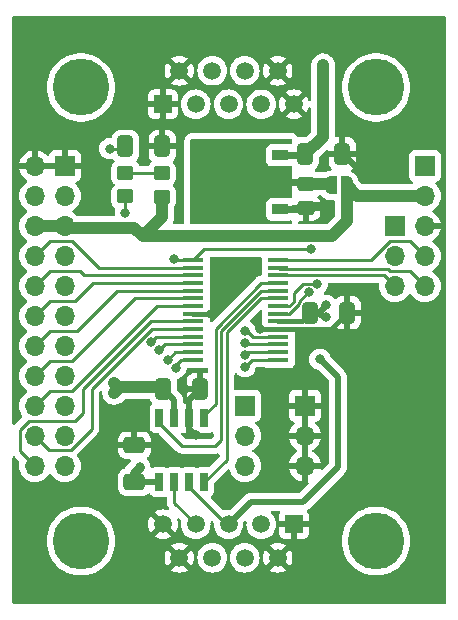
<source format=gtl>
G04 #@! TF.GenerationSoftware,KiCad,Pcbnew,7.0.10-7.0.10~ubuntu23.10.1*
G04 #@! TF.CreationDate,2024-03-11T19:26:55+01:00*
G04 #@! TF.ProjectId,peripherialModule,70657269-7068-4657-9269-616c4d6f6475,rev?*
G04 #@! TF.SameCoordinates,Original*
G04 #@! TF.FileFunction,Copper,L1,Top*
G04 #@! TF.FilePolarity,Positive*
%FSLAX46Y46*%
G04 Gerber Fmt 4.6, Leading zero omitted, Abs format (unit mm)*
G04 Created by KiCad (PCBNEW 7.0.10-7.0.10~ubuntu23.10.1) date 2024-03-11 19:26:55*
%MOMM*%
%LPD*%
G01*
G04 APERTURE LIST*
G04 Aperture macros list*
%AMRoundRect*
0 Rectangle with rounded corners*
0 $1 Rounding radius*
0 $2 $3 $4 $5 $6 $7 $8 $9 X,Y pos of 4 corners*
0 Add a 4 corners polygon primitive as box body*
4,1,4,$2,$3,$4,$5,$6,$7,$8,$9,$2,$3,0*
0 Add four circle primitives for the rounded corners*
1,1,$1+$1,$2,$3*
1,1,$1+$1,$4,$5*
1,1,$1+$1,$6,$7*
1,1,$1+$1,$8,$9*
0 Add four rect primitives between the rounded corners*
20,1,$1+$1,$2,$3,$4,$5,0*
20,1,$1+$1,$4,$5,$6,$7,0*
20,1,$1+$1,$6,$7,$8,$9,0*
20,1,$1+$1,$8,$9,$2,$3,0*%
%AMFreePoly0*
4,1,19,0.500000,-0.750000,0.000000,-0.750000,0.000000,-0.744911,-0.071157,-0.744911,-0.207708,-0.704816,-0.327430,-0.627875,-0.420627,-0.520320,-0.479746,-0.390866,-0.500000,-0.250000,-0.500000,0.250000,-0.479746,0.390866,-0.420627,0.520320,-0.327430,0.627875,-0.207708,0.704816,-0.071157,0.744911,0.000000,0.744911,0.000000,0.750000,0.500000,0.750000,0.500000,-0.750000,0.500000,-0.750000,
$1*%
%AMFreePoly1*
4,1,19,0.000000,0.744911,0.071157,0.744911,0.207708,0.704816,0.327430,0.627875,0.420627,0.520320,0.479746,0.390866,0.500000,0.250000,0.500000,-0.250000,0.479746,-0.390866,0.420627,-0.520320,0.327430,-0.627875,0.207708,-0.704816,0.071157,-0.744911,0.000000,-0.744911,0.000000,-0.750000,-0.500000,-0.750000,-0.500000,0.750000,0.000000,0.750000,0.000000,0.744911,0.000000,0.744911,
$1*%
G04 Aperture macros list end*
G04 #@! TA.AperFunction,SMDPad,CuDef*
%ADD10R,1.473200X0.889000*%
G04 #@! TD*
G04 #@! TA.AperFunction,SMDPad,CuDef*
%ADD11R,1.473200X3.149600*%
G04 #@! TD*
G04 #@! TA.AperFunction,ComponentPad*
%ADD12R,1.700000X1.700000*%
G04 #@! TD*
G04 #@! TA.AperFunction,ComponentPad*
%ADD13O,1.700000X1.700000*%
G04 #@! TD*
G04 #@! TA.AperFunction,ComponentPad*
%ADD14R,1.500000X1.500000*%
G04 #@! TD*
G04 #@! TA.AperFunction,ComponentPad*
%ADD15C,1.500000*%
G04 #@! TD*
G04 #@! TA.AperFunction,ComponentPad*
%ADD16C,4.800000*%
G04 #@! TD*
G04 #@! TA.AperFunction,SMDPad,CuDef*
%ADD17RoundRect,0.250000X-0.412500X-0.650000X0.412500X-0.650000X0.412500X0.650000X-0.412500X0.650000X0*%
G04 #@! TD*
G04 #@! TA.AperFunction,SMDPad,CuDef*
%ADD18R,0.650000X1.500000*%
G04 #@! TD*
G04 #@! TA.AperFunction,SMDPad,CuDef*
%ADD19RoundRect,0.250000X-0.450000X0.350000X-0.450000X-0.350000X0.450000X-0.350000X0.450000X0.350000X0*%
G04 #@! TD*
G04 #@! TA.AperFunction,SMDPad,CuDef*
%ADD20R,1.750000X0.450000*%
G04 #@! TD*
G04 #@! TA.AperFunction,SMDPad,CuDef*
%ADD21RoundRect,0.250000X0.650000X-0.412500X0.650000X0.412500X-0.650000X0.412500X-0.650000X-0.412500X0*%
G04 #@! TD*
G04 #@! TA.AperFunction,SMDPad,CuDef*
%ADD22RoundRect,0.250000X-0.475000X0.337500X-0.475000X-0.337500X0.475000X-0.337500X0.475000X0.337500X0*%
G04 #@! TD*
G04 #@! TA.AperFunction,SMDPad,CuDef*
%ADD23FreePoly0,0.000000*%
G04 #@! TD*
G04 #@! TA.AperFunction,SMDPad,CuDef*
%ADD24FreePoly1,0.000000*%
G04 #@! TD*
G04 #@! TA.AperFunction,ViaPad*
%ADD25C,0.800000*%
G04 #@! TD*
G04 #@! TA.AperFunction,Conductor*
%ADD26C,0.400000*%
G04 #@! TD*
G04 #@! TA.AperFunction,Conductor*
%ADD27C,0.500000*%
G04 #@! TD*
G04 #@! TA.AperFunction,Conductor*
%ADD28C,0.600000*%
G04 #@! TD*
G04 #@! TA.AperFunction,Conductor*
%ADD29C,0.250000*%
G04 #@! TD*
G04 #@! TA.AperFunction,Conductor*
%ADD30C,1.000000*%
G04 #@! TD*
G04 #@! TA.AperFunction,Conductor*
%ADD31C,0.800000*%
G04 #@! TD*
G04 APERTURE END LIST*
D10*
X221449900Y-73674000D03*
X221449900Y-71374000D03*
X221449900Y-69074000D03*
D11*
X214922100Y-71374000D03*
D12*
X203200000Y-70000000D03*
D13*
X200660000Y-70000000D03*
X203200000Y-72540000D03*
X200660000Y-72540000D03*
X203200000Y-75080000D03*
X200660000Y-75080000D03*
X203200000Y-77620000D03*
X200660000Y-77620000D03*
X203200000Y-80160000D03*
X200660000Y-80160000D03*
X203200000Y-82700000D03*
X200660000Y-82700000D03*
X203200000Y-85240000D03*
X200660000Y-85240000D03*
X203200000Y-87780000D03*
X200660000Y-87780000D03*
X203200000Y-90320000D03*
X200660000Y-90320000D03*
X203200000Y-92860000D03*
X200660000Y-92860000D03*
X203200000Y-95400000D03*
X200660000Y-95400000D03*
D14*
X211509000Y-64770000D03*
D15*
X214281000Y-64770000D03*
X217054000Y-64770000D03*
X219826000Y-64770000D03*
X222599000Y-64770000D03*
X212895000Y-61930000D03*
X215668000Y-61930000D03*
X218440000Y-61930000D03*
X221213000Y-61930000D03*
D16*
X204559000Y-63350000D03*
X229549000Y-63350000D03*
D17*
X211543500Y-88900000D03*
X214668500Y-88900000D03*
D18*
X215011000Y-91362750D03*
X213741000Y-91362750D03*
X212471000Y-91362750D03*
X211201000Y-91362750D03*
X211201000Y-96762750D03*
X212471000Y-96762750D03*
X213741000Y-96762750D03*
X215011000Y-96762750D03*
D19*
X211429600Y-70628000D03*
X211429600Y-72628000D03*
D14*
X222599000Y-100330000D03*
D15*
X219827000Y-100330000D03*
X217054000Y-100330000D03*
X214282000Y-100330000D03*
X211509000Y-100330000D03*
X221213000Y-103170000D03*
X218440000Y-103170000D03*
X215668000Y-103170000D03*
X212895000Y-103170000D03*
D16*
X229549000Y-101750000D03*
X204559000Y-101750000D03*
D20*
X214078000Y-77944000D03*
X214078000Y-78594000D03*
X214078000Y-79244000D03*
X214078000Y-79894000D03*
X214078000Y-80544000D03*
X214078000Y-81194000D03*
X214078000Y-81844000D03*
X214078000Y-82494000D03*
X214078000Y-83144000D03*
X214078000Y-83794000D03*
X214078000Y-84444000D03*
X214078000Y-85094000D03*
X214078000Y-85744000D03*
X214078000Y-86394000D03*
X221278000Y-86394000D03*
X221278000Y-85744000D03*
X221278000Y-85094000D03*
X221278000Y-84444000D03*
X221278000Y-83794000D03*
X221278000Y-83144000D03*
X221278000Y-82494000D03*
X221278000Y-81844000D03*
X221278000Y-81194000D03*
X221278000Y-80544000D03*
X221278000Y-79894000D03*
X221278000Y-79244000D03*
X221278000Y-78594000D03*
X221278000Y-77944000D03*
D17*
X223989500Y-82423000D03*
X227114500Y-82423000D03*
X208330400Y-68340000D03*
X211455400Y-68340000D03*
X223570400Y-68975000D03*
X226695400Y-68975000D03*
D21*
X209080500Y-96768250D03*
X209080500Y-93643250D03*
D12*
X233680000Y-70000000D03*
D13*
X233680000Y-72540000D03*
X233680000Y-75080000D03*
X233680000Y-77620000D03*
X233680000Y-80160000D03*
D22*
X223608900Y-71493500D03*
X223608900Y-73568500D03*
D12*
X218440000Y-90297000D03*
D13*
X218440000Y-92837000D03*
X218440000Y-95377000D03*
D12*
X223520000Y-90297000D03*
D13*
X223520000Y-92837000D03*
X223520000Y-95377000D03*
D19*
X208330800Y-70577200D03*
X208330800Y-72577200D03*
D12*
X231140000Y-75080000D03*
D13*
X231140000Y-77620000D03*
X231140000Y-80160000D03*
D23*
X225752900Y-71642000D03*
D24*
X227052900Y-71642000D03*
D25*
X211416900Y-66308000D03*
X213360000Y-88900000D03*
X234137200Y-101041200D03*
X209042000Y-92202000D03*
X234442000Y-60858400D03*
X225132900Y-73293000D03*
X234391200Y-64922400D03*
X228053900Y-70245000D03*
X215575000Y-82494000D03*
X231851200Y-94234000D03*
X214274400Y-92811600D03*
X200406000Y-100939600D03*
X200406000Y-104648000D03*
X234137200Y-105054400D03*
X229971600Y-86512400D03*
X227076000Y-80645000D03*
X219684000Y-83794000D03*
X218592400Y-78282800D03*
X207365600Y-88341200D03*
X225044000Y-61468000D03*
X225044000Y-62484000D03*
X207365600Y-89204800D03*
X224790000Y-86360000D03*
X227076000Y-73914000D03*
X209693842Y-75835842D03*
X226656900Y-75071000D03*
X209092800Y-75234800D03*
X225298000Y-81788000D03*
X225298000Y-82804000D03*
X209550000Y-95504000D03*
X207010000Y-68529200D03*
X224028000Y-77063600D03*
X208330800Y-73964800D03*
X212471000Y-77851000D03*
X210491310Y-84888310D03*
X211198419Y-85595419D03*
X211890083Y-86397834D03*
X212584180Y-87117664D03*
X218440552Y-86985203D03*
X218435845Y-85985211D03*
X218478340Y-84985296D03*
X218437396Y-83986132D03*
X223888681Y-80694000D03*
X224586800Y-79969000D03*
X218186000Y-69088000D03*
X218186000Y-73406000D03*
X218186000Y-71374000D03*
D26*
X219684000Y-83794000D02*
X221278000Y-83794000D01*
D27*
X213741000Y-91362750D02*
X213741000Y-89827500D01*
X226783900Y-68975000D02*
X228053900Y-70245000D01*
X214668500Y-88900000D02*
X213360000Y-88900000D01*
D26*
X215575000Y-82494000D02*
X214078000Y-82494000D01*
D28*
X221449900Y-73674000D02*
X223503400Y-73674000D01*
D26*
X227114500Y-80683500D02*
X227076000Y-80645000D01*
D28*
X223884400Y-73293000D02*
X225132900Y-73293000D01*
D27*
X213741000Y-92278200D02*
X214274400Y-92811600D01*
X226695400Y-68975000D02*
X226783900Y-68975000D01*
X209042000Y-92202000D02*
X209080500Y-92240500D01*
D29*
X223608900Y-73568500D02*
X223884400Y-73293000D01*
D27*
X211455400Y-66346500D02*
X211455400Y-68340000D01*
D29*
X223503400Y-73674000D02*
X223608900Y-73568500D01*
D26*
X227114500Y-82423000D02*
X227114500Y-80683500D01*
X225743500Y-83794000D02*
X227114500Y-82423000D01*
D27*
X213741000Y-89827500D02*
X214668500Y-88900000D01*
D26*
X221278000Y-83794000D02*
X225743500Y-83794000D01*
D27*
X213741000Y-91362750D02*
X213741000Y-92278200D01*
X211416900Y-66308000D02*
X211455400Y-66346500D01*
X209080500Y-92240500D02*
X209080500Y-93643250D01*
D30*
X207365600Y-89204800D02*
X207870178Y-88700222D01*
D27*
X211543500Y-88900000D02*
X212452397Y-89808897D01*
D30*
X207870178Y-88700222D02*
X211343722Y-88700222D01*
D29*
X223471400Y-69074000D02*
X223570400Y-68975000D01*
D30*
X207365600Y-89204800D02*
X207724622Y-88845778D01*
X207724622Y-88845778D02*
X207724622Y-88700222D01*
X211343722Y-88700222D02*
X211543500Y-88900000D01*
X225044000Y-67501400D02*
X223570400Y-68975000D01*
X207724622Y-88700222D02*
X207365600Y-88341200D01*
X225044000Y-62484000D02*
X225044000Y-67501400D01*
D27*
X212452397Y-89808897D02*
X212452397Y-91162972D01*
D28*
X221449900Y-69074000D02*
X223471400Y-69074000D01*
D30*
X225044000Y-62484000D02*
X225044000Y-61468000D01*
D29*
X216853250Y-100330000D02*
X217054000Y-100330000D01*
D27*
X218959000Y-98425000D02*
X217054000Y-100330000D01*
D29*
X213741000Y-96762750D02*
X213741000Y-97217750D01*
D27*
X226314000Y-95504000D02*
X223393000Y-98425000D01*
X223393000Y-98425000D02*
X218959000Y-98425000D01*
X226314000Y-87884000D02*
X226314000Y-95504000D01*
D29*
X213741000Y-97217750D02*
X216853250Y-100330000D01*
D27*
X224790000Y-86360000D02*
X226314000Y-87884000D01*
D29*
X212471000Y-98519000D02*
X212471000Y-96762750D01*
X214282000Y-100330000D02*
X212471000Y-98519000D01*
D30*
X209092800Y-75234800D02*
X203354800Y-75234800D01*
D28*
X224663000Y-82423000D02*
X225298000Y-81788000D01*
D30*
X225781900Y-75946000D02*
X227052900Y-74675000D01*
X209693842Y-75835842D02*
X209092800Y-75234800D01*
D29*
X209086000Y-96762750D02*
X209080500Y-96768250D01*
D31*
X209550000Y-95504000D02*
X209080500Y-95973500D01*
D30*
X211429600Y-74320400D02*
X211429600Y-72628000D01*
X209804000Y-75946000D02*
X225781900Y-75946000D01*
X209914158Y-75835842D02*
X211429600Y-74320400D01*
D26*
X221278000Y-83144000D02*
X223268500Y-83144000D01*
D27*
X211112500Y-96762750D02*
X209086000Y-96762750D01*
D29*
X211074000Y-96762750D02*
X211074000Y-97187750D01*
D30*
X203354800Y-75234800D02*
X203200000Y-75080000D01*
X203200000Y-75080000D02*
X200660000Y-75080000D01*
D28*
X224663000Y-82423000D02*
X224116500Y-82296000D01*
D30*
X227950900Y-72540000D02*
X233680000Y-72540000D01*
D31*
X209080500Y-95973500D02*
X209080500Y-96768250D01*
D30*
X227052900Y-71642000D02*
X227950900Y-72540000D01*
X209693842Y-75835842D02*
X209914158Y-75835842D01*
D28*
X225298000Y-82804000D02*
X224663000Y-82423000D01*
X223989500Y-82423000D02*
X224663000Y-82423000D01*
D26*
X223268500Y-83144000D02*
X223989500Y-82423000D01*
X224116500Y-82296000D02*
X223989500Y-82423000D01*
D30*
X227052900Y-74675000D02*
X227052900Y-71642000D01*
X209693842Y-75835842D02*
X209804000Y-75946000D01*
D29*
X208330800Y-70577200D02*
X208381600Y-70628000D01*
X208381600Y-70628000D02*
X211429600Y-70628000D01*
X208141200Y-68529200D02*
X208330400Y-68340000D01*
X207010000Y-68529200D02*
X208141200Y-68529200D01*
X212564000Y-77944000D02*
X212471000Y-77851000D01*
X214078000Y-77944000D02*
X212564000Y-77944000D01*
X214078000Y-77944000D02*
X214958400Y-77063600D01*
X208330800Y-73964800D02*
X208330800Y-72577200D01*
X214958400Y-77063600D02*
X224028000Y-77063600D01*
X201953000Y-76327000D02*
X203835000Y-76327000D01*
X206102000Y-78594000D02*
X214078000Y-78594000D01*
X200660000Y-77620000D02*
X201953000Y-76327000D01*
X203835000Y-76327000D02*
X206102000Y-78594000D01*
X204847000Y-79244000D02*
X214078000Y-79244000D01*
X201953000Y-78867000D02*
X204470000Y-78867000D01*
X204470000Y-78867000D02*
X204847000Y-79244000D01*
X200660000Y-80160000D02*
X201953000Y-78867000D01*
X205602000Y-79894000D02*
X214078000Y-79894000D01*
X204089000Y-81407000D02*
X205602000Y-79894000D01*
X201953000Y-81407000D02*
X204089000Y-81407000D01*
X200660000Y-82700000D02*
X201953000Y-81407000D01*
X200660000Y-85240000D02*
X201953000Y-83947000D01*
X207620396Y-80544000D02*
X214078000Y-80544000D01*
X201953000Y-83947000D02*
X204217396Y-83947000D01*
X204217396Y-83947000D02*
X207620396Y-80544000D01*
X201953000Y-86487000D02*
X203835000Y-86487000D01*
X200660000Y-87780000D02*
X201953000Y-86487000D01*
X203835000Y-86487000D02*
X209128000Y-81194000D01*
X209128000Y-81194000D02*
X214078000Y-81194000D01*
X203835000Y-89027000D02*
X211018000Y-81844000D01*
X211018000Y-81844000D02*
X214078000Y-81844000D01*
X201953000Y-89027000D02*
X203835000Y-89027000D01*
X200660000Y-90320000D02*
X201953000Y-89027000D01*
X204724000Y-88900000D02*
X204724000Y-90931999D01*
X214078000Y-83144000D02*
X210480000Y-83144000D01*
X200152000Y-91567000D02*
X199390000Y-92329000D01*
X210480000Y-83144000D02*
X204724000Y-88900000D01*
X199390000Y-94130000D02*
X200660000Y-95400000D01*
X199390000Y-92329000D02*
X199390000Y-94130000D01*
X204088999Y-91567000D02*
X200152000Y-91567000D01*
X204724000Y-90931999D02*
X204088999Y-91567000D01*
X201835000Y-94035000D02*
X203686701Y-94035000D01*
X203686701Y-94035000D02*
X205486000Y-92235701D01*
X205486000Y-88849200D02*
X210541200Y-83794000D01*
X210541200Y-83794000D02*
X214078000Y-83794000D01*
X200660000Y-92860000D02*
X201835000Y-94035000D01*
X205486000Y-92235701D02*
X205486000Y-88849200D01*
X210935620Y-84444000D02*
X214078000Y-84444000D01*
X210491310Y-84888310D02*
X210935620Y-84444000D01*
X211699838Y-85094000D02*
X214078000Y-85094000D01*
X211198419Y-85595419D02*
X211699838Y-85094000D01*
X211890083Y-86397834D02*
X212543917Y-85744000D01*
X212543917Y-85744000D02*
X214078000Y-85744000D01*
X212584180Y-86881820D02*
X213072000Y-86394000D01*
X212584180Y-87117664D02*
X212584180Y-86881820D01*
X213072000Y-86394000D02*
X214078000Y-86394000D01*
X218461158Y-86985203D02*
X218440552Y-86985203D01*
X221278000Y-86394000D02*
X219052361Y-86394000D01*
X219052361Y-86394000D02*
X218461158Y-86985203D01*
X218677056Y-85744000D02*
X218435845Y-85985211D01*
X221278000Y-85744000D02*
X218677056Y-85744000D01*
X218587044Y-85094000D02*
X221278000Y-85094000D01*
X218478340Y-84985296D02*
X218587044Y-85094000D01*
X219139000Y-84519000D02*
X221203000Y-84519000D01*
X221203000Y-84519000D02*
X221278000Y-84444000D01*
X218437396Y-83986132D02*
X218606132Y-83986132D01*
X218606132Y-83986132D02*
X219139000Y-84519000D01*
X222204400Y-82494000D02*
X221278000Y-82494000D01*
X223012000Y-81662396D02*
X222478000Y-82196396D01*
X223888681Y-80694000D02*
X223801200Y-80694000D01*
X223012000Y-81483200D02*
X223012000Y-81662396D01*
X223801200Y-80694000D02*
X223012000Y-81483200D01*
X222478000Y-82196396D02*
X222478000Y-82220400D01*
X222478000Y-82220400D02*
X222204400Y-82494000D01*
X224586800Y-79969000D02*
X223355819Y-79969000D01*
X222194000Y-81844000D02*
X221278000Y-81844000D01*
X222562000Y-81476000D02*
X222194000Y-81844000D01*
X222562000Y-80762819D02*
X222562000Y-81476000D01*
X223355819Y-79969000D02*
X222562000Y-80762819D01*
X211201000Y-91787750D02*
X213139250Y-93726000D01*
X219809604Y-80544000D02*
X221278000Y-80544000D01*
X211201000Y-91362750D02*
X211201000Y-91787750D01*
X215900000Y-93726000D02*
X216408000Y-93218000D01*
X216408000Y-83945604D02*
X219809604Y-80544000D01*
X213139250Y-93726000D02*
X215900000Y-93726000D01*
X216408000Y-93218000D02*
X216408000Y-83945604D01*
X215011000Y-91059000D02*
X215958000Y-90112000D01*
X215958000Y-83759208D02*
X219823208Y-79894000D01*
X219823208Y-79894000D02*
X221278000Y-79894000D01*
X215011000Y-91362750D02*
X215011000Y-91059000D01*
X215958000Y-90112000D02*
X215958000Y-83759208D01*
X230224000Y-79244000D02*
X231140000Y-80160000D01*
X221278000Y-79244000D02*
X230224000Y-79244000D01*
X232412400Y-78892400D02*
X233680000Y-80160000D01*
X230547499Y-78689200D02*
X230750699Y-78892400D01*
X221278000Y-78594000D02*
X221373200Y-78689200D01*
X221373200Y-78689200D02*
X230547499Y-78689200D01*
X230750699Y-78892400D02*
X232412400Y-78892400D01*
X232412400Y-76352400D02*
X233680000Y-77620000D01*
X230745899Y-76352400D02*
X232412400Y-76352400D01*
X221278000Y-77944000D02*
X229154299Y-77944000D01*
X229154299Y-77944000D02*
X230745899Y-76352400D01*
D28*
X221449900Y-71374000D02*
X223489400Y-71374000D01*
D29*
X225604400Y-71493500D02*
X225752900Y-71642000D01*
D30*
X223608900Y-71493500D02*
X225604400Y-71493500D01*
D29*
X223489400Y-71374000D02*
X223608900Y-71493500D01*
X216916000Y-94857750D02*
X216916000Y-84074000D01*
X215011000Y-96762750D02*
X216916000Y-94857750D01*
X219796000Y-81194000D02*
X221278000Y-81194000D01*
X216916000Y-84074000D02*
X219796000Y-81194000D01*
G04 #@! TA.AperFunction,Conductor*
G36*
X235401039Y-57296685D02*
G01*
X235446794Y-57349489D01*
X235458000Y-57401000D01*
X235458000Y-106937000D01*
X235438315Y-107004039D01*
X235385511Y-107049794D01*
X235334000Y-107061000D01*
X198879000Y-107061000D01*
X198811961Y-107041315D01*
X198766206Y-106988511D01*
X198755000Y-106937000D01*
X198755000Y-101750003D01*
X201653584Y-101750003D01*
X201673229Y-102087298D01*
X201673230Y-102087309D01*
X201731896Y-102420017D01*
X201731899Y-102420031D01*
X201828801Y-102743710D01*
X201962621Y-103053939D01*
X201962627Y-103053952D01*
X202131560Y-103346553D01*
X202333318Y-103617561D01*
X202333323Y-103617567D01*
X202453069Y-103744489D01*
X202565183Y-103863323D01*
X202565189Y-103863328D01*
X202565191Y-103863330D01*
X202824001Y-104080499D01*
X202824006Y-104080502D01*
X203106292Y-104266164D01*
X203408224Y-104417800D01*
X203725717Y-104533358D01*
X204054480Y-104611276D01*
X204390065Y-104650500D01*
X204390072Y-104650500D01*
X204727928Y-104650500D01*
X204727935Y-104650500D01*
X205063520Y-104611276D01*
X205392283Y-104533358D01*
X205709776Y-104417800D01*
X206011708Y-104266164D01*
X206293994Y-104080502D01*
X206552817Y-103863323D01*
X206784678Y-103617565D01*
X206986440Y-103346552D01*
X207088372Y-103170000D01*
X211640225Y-103170000D01*
X211659287Y-103387884D01*
X211659289Y-103387894D01*
X211715894Y-103599150D01*
X211715898Y-103599159D01*
X211808333Y-103797387D01*
X211851874Y-103859571D01*
X212411922Y-103299523D01*
X212435507Y-103379844D01*
X212513239Y-103500798D01*
X212621900Y-103594952D01*
X212752685Y-103654680D01*
X212762466Y-103656086D01*
X212205427Y-104213124D01*
X212267612Y-104256666D01*
X212465840Y-104349101D01*
X212465849Y-104349105D01*
X212677105Y-104405710D01*
X212677115Y-104405712D01*
X212894999Y-104424775D01*
X212895001Y-104424775D01*
X213112884Y-104405712D01*
X213112894Y-104405710D01*
X213324150Y-104349105D01*
X213324164Y-104349100D01*
X213522383Y-104256669D01*
X213522385Y-104256668D01*
X213584571Y-104213124D01*
X213027534Y-103656086D01*
X213037315Y-103654680D01*
X213168100Y-103594952D01*
X213276761Y-103500798D01*
X213354493Y-103379844D01*
X213378076Y-103299523D01*
X213938124Y-103859570D01*
X213981668Y-103797385D01*
X213981669Y-103797383D01*
X214074100Y-103599164D01*
X214074105Y-103599150D01*
X214130710Y-103387894D01*
X214130712Y-103387884D01*
X214149775Y-103170000D01*
X214412723Y-103170000D01*
X214431081Y-103379844D01*
X214431793Y-103387975D01*
X214431793Y-103387979D01*
X214488422Y-103599322D01*
X214488424Y-103599326D01*
X214488425Y-103599330D01*
X214496929Y-103617567D01*
X214580897Y-103797638D01*
X214580898Y-103797639D01*
X214706402Y-103976877D01*
X214861123Y-104131598D01*
X215040361Y-104257102D01*
X215238670Y-104349575D01*
X215450023Y-104406207D01*
X215632926Y-104422208D01*
X215667998Y-104425277D01*
X215668000Y-104425277D01*
X215668002Y-104425277D01*
X215696254Y-104422805D01*
X215885977Y-104406207D01*
X216097330Y-104349575D01*
X216295639Y-104257102D01*
X216474877Y-104131598D01*
X216629598Y-103976877D01*
X216755102Y-103797639D01*
X216847575Y-103599330D01*
X216904207Y-103387977D01*
X216923277Y-103170000D01*
X217184723Y-103170000D01*
X217203081Y-103379844D01*
X217203793Y-103387975D01*
X217203793Y-103387979D01*
X217260422Y-103599322D01*
X217260424Y-103599326D01*
X217260425Y-103599330D01*
X217268929Y-103617567D01*
X217352897Y-103797638D01*
X217352898Y-103797639D01*
X217478402Y-103976877D01*
X217633123Y-104131598D01*
X217812361Y-104257102D01*
X218010670Y-104349575D01*
X218222023Y-104406207D01*
X218404926Y-104422208D01*
X218439998Y-104425277D01*
X218440000Y-104425277D01*
X218440002Y-104425277D01*
X218468254Y-104422805D01*
X218657977Y-104406207D01*
X218869330Y-104349575D01*
X219067639Y-104257102D01*
X219246877Y-104131598D01*
X219401598Y-103976877D01*
X219527102Y-103797639D01*
X219619575Y-103599330D01*
X219676207Y-103387977D01*
X219695277Y-103170000D01*
X219958225Y-103170000D01*
X219977287Y-103387884D01*
X219977289Y-103387894D01*
X220033894Y-103599150D01*
X220033898Y-103599159D01*
X220126333Y-103797387D01*
X220169874Y-103859571D01*
X220729922Y-103299523D01*
X220753507Y-103379844D01*
X220831239Y-103500798D01*
X220939900Y-103594952D01*
X221070685Y-103654680D01*
X221080466Y-103656086D01*
X220523427Y-104213124D01*
X220585612Y-104256666D01*
X220783840Y-104349101D01*
X220783849Y-104349105D01*
X220995105Y-104405710D01*
X220995115Y-104405712D01*
X221212999Y-104424775D01*
X221213001Y-104424775D01*
X221430884Y-104405712D01*
X221430894Y-104405710D01*
X221642150Y-104349105D01*
X221642164Y-104349100D01*
X221840383Y-104256669D01*
X221840385Y-104256668D01*
X221902571Y-104213124D01*
X221345534Y-103656086D01*
X221355315Y-103654680D01*
X221486100Y-103594952D01*
X221594761Y-103500798D01*
X221672493Y-103379844D01*
X221696076Y-103299523D01*
X222256124Y-103859570D01*
X222299668Y-103797385D01*
X222299669Y-103797383D01*
X222392100Y-103599164D01*
X222392105Y-103599150D01*
X222448710Y-103387894D01*
X222448712Y-103387884D01*
X222467775Y-103170000D01*
X222467775Y-103169999D01*
X222448712Y-102952115D01*
X222448710Y-102952105D01*
X222392105Y-102740849D01*
X222392101Y-102740840D01*
X222299667Y-102542614D01*
X222299666Y-102542612D01*
X222256124Y-102480428D01*
X222256124Y-102480427D01*
X221696076Y-103040475D01*
X221672493Y-102960156D01*
X221594761Y-102839202D01*
X221486100Y-102745048D01*
X221355315Y-102685320D01*
X221345533Y-102683913D01*
X221902571Y-102126874D01*
X221840387Y-102083333D01*
X221642159Y-101990898D01*
X221642150Y-101990894D01*
X221430894Y-101934289D01*
X221430884Y-101934287D01*
X221213001Y-101915225D01*
X221212999Y-101915225D01*
X220995115Y-101934287D01*
X220995105Y-101934289D01*
X220783849Y-101990894D01*
X220783840Y-101990898D01*
X220585613Y-102083333D01*
X220523428Y-102126874D01*
X221080467Y-102683913D01*
X221070685Y-102685320D01*
X220939900Y-102745048D01*
X220831239Y-102839202D01*
X220753507Y-102960156D01*
X220729923Y-103040476D01*
X220169874Y-102480428D01*
X220126333Y-102542613D01*
X220033898Y-102740840D01*
X220033894Y-102740849D01*
X219977289Y-102952105D01*
X219977287Y-102952115D01*
X219958225Y-103169999D01*
X219958225Y-103170000D01*
X219695277Y-103170000D01*
X219676207Y-102952023D01*
X219619575Y-102740670D01*
X219527102Y-102542362D01*
X219527100Y-102542359D01*
X219527099Y-102542357D01*
X219401599Y-102363124D01*
X219401596Y-102363121D01*
X219246877Y-102208402D01*
X219073923Y-102087298D01*
X219067638Y-102082897D01*
X218968484Y-102036661D01*
X218869330Y-101990425D01*
X218869326Y-101990424D01*
X218869322Y-101990422D01*
X218657977Y-101933793D01*
X218440002Y-101914723D01*
X218439998Y-101914723D01*
X218294682Y-101927436D01*
X218222023Y-101933793D01*
X218222020Y-101933793D01*
X218010677Y-101990422D01*
X218010668Y-101990426D01*
X217812361Y-102082898D01*
X217812357Y-102082900D01*
X217633121Y-102208402D01*
X217478402Y-102363121D01*
X217352900Y-102542357D01*
X217352898Y-102542361D01*
X217260426Y-102740668D01*
X217260422Y-102740677D01*
X217203793Y-102952020D01*
X217203793Y-102952023D01*
X217184723Y-103170000D01*
X216923277Y-103170000D01*
X216904207Y-102952023D01*
X216847575Y-102740670D01*
X216755102Y-102542362D01*
X216755100Y-102542359D01*
X216755099Y-102542357D01*
X216629599Y-102363124D01*
X216629596Y-102363121D01*
X216474877Y-102208402D01*
X216301923Y-102087298D01*
X216295638Y-102082897D01*
X216196484Y-102036661D01*
X216097330Y-101990425D01*
X216097326Y-101990424D01*
X216097322Y-101990422D01*
X215885977Y-101933793D01*
X215668002Y-101914723D01*
X215667998Y-101914723D01*
X215522682Y-101927436D01*
X215450023Y-101933793D01*
X215450020Y-101933793D01*
X215238677Y-101990422D01*
X215238668Y-101990426D01*
X215040361Y-102082898D01*
X215040357Y-102082900D01*
X214861121Y-102208402D01*
X214706402Y-102363121D01*
X214580900Y-102542357D01*
X214580898Y-102542361D01*
X214488426Y-102740668D01*
X214488422Y-102740677D01*
X214431793Y-102952020D01*
X214431793Y-102952023D01*
X214412723Y-103170000D01*
X214149775Y-103170000D01*
X214149775Y-103169999D01*
X214130712Y-102952115D01*
X214130710Y-102952105D01*
X214074105Y-102740849D01*
X214074101Y-102740840D01*
X213981667Y-102542614D01*
X213981666Y-102542612D01*
X213938124Y-102480428D01*
X213938124Y-102480427D01*
X213378076Y-103040475D01*
X213354493Y-102960156D01*
X213276761Y-102839202D01*
X213168100Y-102745048D01*
X213037315Y-102685320D01*
X213027533Y-102683913D01*
X213584571Y-102126874D01*
X213522387Y-102083333D01*
X213324159Y-101990898D01*
X213324150Y-101990894D01*
X213112894Y-101934289D01*
X213112884Y-101934287D01*
X212895001Y-101915225D01*
X212894999Y-101915225D01*
X212677115Y-101934287D01*
X212677105Y-101934289D01*
X212465849Y-101990894D01*
X212465840Y-101990898D01*
X212267613Y-102083333D01*
X212205428Y-102126874D01*
X212762467Y-102683913D01*
X212752685Y-102685320D01*
X212621900Y-102745048D01*
X212513239Y-102839202D01*
X212435507Y-102960156D01*
X212411922Y-103040476D01*
X211851874Y-102480428D01*
X211808333Y-102542613D01*
X211715898Y-102740840D01*
X211715894Y-102740849D01*
X211659289Y-102952105D01*
X211659287Y-102952115D01*
X211640225Y-103169999D01*
X211640225Y-103170000D01*
X207088372Y-103170000D01*
X207155375Y-103053948D01*
X207289198Y-102743711D01*
X207386100Y-102420035D01*
X207444771Y-102087298D01*
X207464416Y-101750003D01*
X226643584Y-101750003D01*
X226663229Y-102087298D01*
X226663230Y-102087309D01*
X226721896Y-102420017D01*
X226721899Y-102420031D01*
X226818801Y-102743710D01*
X226952621Y-103053939D01*
X226952627Y-103053952D01*
X227121560Y-103346553D01*
X227323318Y-103617561D01*
X227323323Y-103617567D01*
X227443069Y-103744489D01*
X227555183Y-103863323D01*
X227555189Y-103863328D01*
X227555191Y-103863330D01*
X227814001Y-104080499D01*
X227814006Y-104080502D01*
X228096292Y-104266164D01*
X228398224Y-104417800D01*
X228715717Y-104533358D01*
X229044480Y-104611276D01*
X229380065Y-104650500D01*
X229380072Y-104650500D01*
X229717928Y-104650500D01*
X229717935Y-104650500D01*
X230053520Y-104611276D01*
X230382283Y-104533358D01*
X230699776Y-104417800D01*
X231001708Y-104266164D01*
X231283994Y-104080502D01*
X231542817Y-103863323D01*
X231774678Y-103617565D01*
X231976440Y-103346552D01*
X232145375Y-103053948D01*
X232279198Y-102743711D01*
X232376100Y-102420035D01*
X232434771Y-102087298D01*
X232454416Y-101750000D01*
X232434771Y-101412702D01*
X232376100Y-101079965D01*
X232279198Y-100756289D01*
X232145375Y-100446052D01*
X231976440Y-100153448D01*
X231976439Y-100153446D01*
X231774681Y-99882438D01*
X231774676Y-99882432D01*
X231605024Y-99702613D01*
X231542817Y-99636677D01*
X231542810Y-99636671D01*
X231542808Y-99636669D01*
X231283998Y-99419500D01*
X231141622Y-99325859D01*
X231001708Y-99233836D01*
X230918675Y-99192135D01*
X230699783Y-99082203D01*
X230699777Y-99082200D01*
X230382284Y-98966642D01*
X230382281Y-98966641D01*
X230123966Y-98905420D01*
X230053520Y-98888724D01*
X229717935Y-98849500D01*
X229380065Y-98849500D01*
X229044480Y-98888724D01*
X228715718Y-98966641D01*
X228715715Y-98966642D01*
X228398222Y-99082200D01*
X228398216Y-99082203D01*
X228096295Y-99233834D01*
X227814001Y-99419500D01*
X227555191Y-99636669D01*
X227555181Y-99636679D01*
X227323323Y-99882432D01*
X227323318Y-99882438D01*
X227121560Y-100153446D01*
X226952627Y-100446047D01*
X226952621Y-100446060D01*
X226818801Y-100756289D01*
X226721899Y-101079968D01*
X226721896Y-101079982D01*
X226663230Y-101412690D01*
X226663229Y-101412701D01*
X226643584Y-101749996D01*
X226643584Y-101750003D01*
X207464416Y-101750003D01*
X207464416Y-101750000D01*
X207444771Y-101412702D01*
X207386100Y-101079965D01*
X207289198Y-100756289D01*
X207155375Y-100446052D01*
X206986440Y-100153448D01*
X206986439Y-100153446D01*
X206784681Y-99882438D01*
X206784676Y-99882432D01*
X206615024Y-99702613D01*
X206552817Y-99636677D01*
X206552810Y-99636671D01*
X206552808Y-99636669D01*
X206293998Y-99419500D01*
X206151622Y-99325859D01*
X206011708Y-99233836D01*
X205928675Y-99192135D01*
X205709783Y-99082203D01*
X205709777Y-99082200D01*
X205392284Y-98966642D01*
X205392281Y-98966641D01*
X205133966Y-98905420D01*
X205063520Y-98888724D01*
X204727935Y-98849500D01*
X204390065Y-98849500D01*
X204054480Y-98888724D01*
X203725718Y-98966641D01*
X203725715Y-98966642D01*
X203408222Y-99082200D01*
X203408216Y-99082203D01*
X203106295Y-99233834D01*
X202824001Y-99419500D01*
X202565191Y-99636669D01*
X202565181Y-99636679D01*
X202333323Y-99882432D01*
X202333318Y-99882438D01*
X202131560Y-100153446D01*
X201962627Y-100446047D01*
X201962621Y-100446060D01*
X201828801Y-100756289D01*
X201731899Y-101079968D01*
X201731896Y-101079982D01*
X201673230Y-101412690D01*
X201673229Y-101412701D01*
X201653584Y-101749996D01*
X201653584Y-101750003D01*
X198755000Y-101750003D01*
X198755000Y-94679991D01*
X198774685Y-94612952D01*
X198827489Y-94567197D01*
X198896647Y-94557253D01*
X198958043Y-94584450D01*
X198964060Y-94589428D01*
X198972698Y-94597288D01*
X199319762Y-94944352D01*
X199353247Y-95005675D01*
X199351856Y-95064126D01*
X199324938Y-95164586D01*
X199324936Y-95164596D01*
X199304341Y-95399999D01*
X199304341Y-95400000D01*
X199324936Y-95635403D01*
X199324938Y-95635413D01*
X199386094Y-95863655D01*
X199386096Y-95863659D01*
X199386097Y-95863663D01*
X199451435Y-96003781D01*
X199485965Y-96077830D01*
X199485967Y-96077834D01*
X199573577Y-96202953D01*
X199621505Y-96271401D01*
X199788599Y-96438495D01*
X199885384Y-96506265D01*
X199982165Y-96574032D01*
X199982167Y-96574033D01*
X199982170Y-96574035D01*
X200196337Y-96673903D01*
X200424592Y-96735063D01*
X200612918Y-96751539D01*
X200659999Y-96755659D01*
X200660000Y-96755659D01*
X200660001Y-96755659D01*
X200699234Y-96752226D01*
X200895408Y-96735063D01*
X201123663Y-96673903D01*
X201337830Y-96574035D01*
X201531401Y-96438495D01*
X201698495Y-96271401D01*
X201828425Y-96085842D01*
X201883002Y-96042217D01*
X201952500Y-96035023D01*
X202014855Y-96066546D01*
X202031575Y-96085842D01*
X202161500Y-96271395D01*
X202161505Y-96271401D01*
X202328599Y-96438495D01*
X202425384Y-96506265D01*
X202522165Y-96574032D01*
X202522167Y-96574033D01*
X202522170Y-96574035D01*
X202736337Y-96673903D01*
X202964592Y-96735063D01*
X203152918Y-96751539D01*
X203199999Y-96755659D01*
X203200000Y-96755659D01*
X203200001Y-96755659D01*
X203239234Y-96752226D01*
X203435408Y-96735063D01*
X203663663Y-96673903D01*
X203877830Y-96574035D01*
X204071401Y-96438495D01*
X204238495Y-96271401D01*
X204374035Y-96077830D01*
X204473903Y-95863663D01*
X204535063Y-95635408D01*
X204555659Y-95400000D01*
X204535063Y-95164592D01*
X204483401Y-94971784D01*
X204473905Y-94936344D01*
X204473904Y-94936343D01*
X204473903Y-94936337D01*
X204374035Y-94722171D01*
X204374034Y-94722169D01*
X204238496Y-94528599D01*
X204238163Y-94528203D01*
X204238071Y-94527993D01*
X204235390Y-94524164D01*
X204236159Y-94523625D01*
X204210151Y-94464195D01*
X204221190Y-94395203D01*
X204245469Y-94360820D01*
X205213039Y-93393250D01*
X207680500Y-93393250D01*
X208830500Y-93393250D01*
X208830500Y-92480750D01*
X209330500Y-92480750D01*
X209330500Y-93393250D01*
X210480499Y-93393250D01*
X210480499Y-93180778D01*
X210480498Y-93180763D01*
X210470005Y-93078052D01*
X210414858Y-92911630D01*
X210414856Y-92911625D01*
X210322815Y-92762404D01*
X210198845Y-92638434D01*
X210049624Y-92546393D01*
X210049619Y-92546391D01*
X209883197Y-92491244D01*
X209883190Y-92491243D01*
X209780486Y-92480750D01*
X209330500Y-92480750D01*
X208830500Y-92480750D01*
X208380528Y-92480750D01*
X208380512Y-92480751D01*
X208277802Y-92491244D01*
X208111380Y-92546391D01*
X208111375Y-92546393D01*
X207962154Y-92638434D01*
X207838184Y-92762404D01*
X207746143Y-92911625D01*
X207746141Y-92911630D01*
X207690994Y-93078052D01*
X207690993Y-93078059D01*
X207680500Y-93180763D01*
X207680500Y-93393250D01*
X205213039Y-93393250D01*
X205869787Y-92736502D01*
X205882042Y-92726687D01*
X205881859Y-92726465D01*
X205887868Y-92721492D01*
X205887877Y-92721487D01*
X205933949Y-92672423D01*
X205936566Y-92669724D01*
X205956120Y-92650172D01*
X205958576Y-92647004D01*
X205966156Y-92638128D01*
X205996062Y-92606283D01*
X206005715Y-92588721D01*
X206016389Y-92572471D01*
X206028673Y-92556637D01*
X206046019Y-92516551D01*
X206051157Y-92506063D01*
X206065074Y-92480750D01*
X206072197Y-92467793D01*
X206077177Y-92448392D01*
X206083478Y-92429989D01*
X206091438Y-92411597D01*
X206098272Y-92368442D01*
X206100635Y-92357032D01*
X206111500Y-92314720D01*
X206111500Y-92294684D01*
X206113027Y-92275283D01*
X206116160Y-92255505D01*
X206112050Y-92212025D01*
X206111500Y-92200356D01*
X206111500Y-89159651D01*
X206131185Y-89092612D01*
X206147808Y-89071981D01*
X206154073Y-89065716D01*
X206215389Y-89032229D01*
X206285081Y-89037208D01*
X206341018Y-89079075D01*
X206365440Y-89144537D01*
X206365399Y-89162806D01*
X206360262Y-89230272D01*
X206360262Y-89230277D01*
X206385968Y-89432121D01*
X206385970Y-89432129D01*
X206451783Y-89624670D01*
X206451789Y-89624682D01*
X206555006Y-89800021D01*
X206555011Y-89800028D01*
X206691420Y-89951012D01*
X206855428Y-90071446D01*
X206855435Y-90071450D01*
X206944232Y-90112250D01*
X207040332Y-90156405D01*
X207094408Y-90168954D01*
X207238545Y-90202403D01*
X207441958Y-90207557D01*
X207441958Y-90207556D01*
X207441963Y-90207557D01*
X207622106Y-90175269D01*
X207642248Y-90171659D01*
X207642248Y-90171658D01*
X207642253Y-90171658D01*
X207831217Y-90096177D01*
X207848805Y-90084586D01*
X207910001Y-90044254D01*
X208001119Y-89984202D01*
X208248280Y-89737041D01*
X208309603Y-89703556D01*
X208335961Y-89700722D01*
X210300773Y-89700722D01*
X210367812Y-89720407D01*
X210413567Y-89773211D01*
X210418474Y-89785707D01*
X210433441Y-89830871D01*
X210446185Y-89869331D01*
X210446187Y-89869336D01*
X210479690Y-89923653D01*
X210521257Y-89991045D01*
X210538289Y-90018657D01*
X210563886Y-90044254D01*
X210597371Y-90105577D01*
X210592387Y-90175269D01*
X210550518Y-90231200D01*
X210518454Y-90255203D01*
X210518452Y-90255205D01*
X210432206Y-90370414D01*
X210432202Y-90370421D01*
X210381908Y-90505267D01*
X210375501Y-90564866D01*
X210375500Y-90564885D01*
X210375500Y-92160620D01*
X210375501Y-92160626D01*
X210381908Y-92220233D01*
X210432202Y-92355078D01*
X210432206Y-92355085D01*
X210518452Y-92470294D01*
X210518455Y-92470297D01*
X210633664Y-92556543D01*
X210633671Y-92556547D01*
X210676326Y-92572456D01*
X210768517Y-92606841D01*
X210828127Y-92613250D01*
X211090547Y-92613249D01*
X211157586Y-92632933D01*
X211178228Y-92649568D01*
X212638447Y-94109788D01*
X212648272Y-94122051D01*
X212648493Y-94121869D01*
X212653461Y-94127874D01*
X212653463Y-94127876D01*
X212653464Y-94127877D01*
X212681280Y-94153998D01*
X212702472Y-94173899D01*
X212705271Y-94176612D01*
X212724772Y-94196114D01*
X212724776Y-94196117D01*
X212724779Y-94196120D01*
X212727952Y-94198581D01*
X212736824Y-94206159D01*
X212768668Y-94236062D01*
X212786226Y-94245714D01*
X212802485Y-94256395D01*
X212818314Y-94268673D01*
X212858405Y-94286021D01*
X212868876Y-94291151D01*
X212891430Y-94303550D01*
X212907152Y-94312194D01*
X212907154Y-94312195D01*
X212907158Y-94312197D01*
X212926566Y-94317180D01*
X212944969Y-94323481D01*
X212963351Y-94331436D01*
X212963352Y-94331436D01*
X212963354Y-94331437D01*
X213006500Y-94338270D01*
X213017922Y-94340636D01*
X213060231Y-94351500D01*
X213080266Y-94351500D01*
X213099664Y-94353026D01*
X213119444Y-94356159D01*
X213119445Y-94356160D01*
X213119445Y-94356159D01*
X213119446Y-94356160D01*
X213162925Y-94352050D01*
X213174594Y-94351500D01*
X215817257Y-94351500D01*
X215832877Y-94353224D01*
X215832904Y-94352939D01*
X215840660Y-94353671D01*
X215840667Y-94353673D01*
X215907873Y-94351561D01*
X215911768Y-94351500D01*
X215939346Y-94351500D01*
X215939350Y-94351500D01*
X215943324Y-94350997D01*
X215954963Y-94350080D01*
X215998627Y-94348709D01*
X216017869Y-94343117D01*
X216036912Y-94339174D01*
X216056792Y-94336664D01*
X216097401Y-94320585D01*
X216108451Y-94316802D01*
X216131905Y-94309988D01*
X216201773Y-94310187D01*
X216260444Y-94348128D01*
X216289288Y-94411766D01*
X216290500Y-94429064D01*
X216290500Y-94547297D01*
X216270815Y-94614336D01*
X216254181Y-94634978D01*
X215413227Y-95475931D01*
X215351904Y-95509416D01*
X215325546Y-95512250D01*
X214638129Y-95512250D01*
X214638123Y-95512251D01*
X214578516Y-95518658D01*
X214443671Y-95568952D01*
X214435886Y-95573204D01*
X214434153Y-95570030D01*
X214384698Y-95588409D01*
X214316443Y-95573475D01*
X214315497Y-95572867D01*
X214308328Y-95568952D01*
X214173486Y-95518660D01*
X214173485Y-95518659D01*
X214173483Y-95518659D01*
X214113873Y-95512250D01*
X214113863Y-95512250D01*
X213368129Y-95512250D01*
X213368123Y-95512251D01*
X213308516Y-95518658D01*
X213173671Y-95568952D01*
X213165886Y-95573204D01*
X213164153Y-95570030D01*
X213114698Y-95588409D01*
X213046443Y-95573475D01*
X213045497Y-95572867D01*
X213038328Y-95568952D01*
X212903486Y-95518660D01*
X212903485Y-95518659D01*
X212903483Y-95518659D01*
X212843873Y-95512250D01*
X212843863Y-95512250D01*
X212098129Y-95512250D01*
X212098123Y-95512251D01*
X212038516Y-95518658D01*
X211903671Y-95568952D01*
X211895886Y-95573204D01*
X211894153Y-95570030D01*
X211844698Y-95588409D01*
X211776443Y-95573475D01*
X211775497Y-95572867D01*
X211768328Y-95568952D01*
X211633486Y-95518660D01*
X211633485Y-95518659D01*
X211633483Y-95518659D01*
X211573873Y-95512250D01*
X211573863Y-95512250D01*
X210828129Y-95512250D01*
X210828123Y-95512251D01*
X210768516Y-95518658D01*
X210625359Y-95572053D01*
X210624452Y-95569622D01*
X210569447Y-95581575D01*
X210503988Y-95557143D01*
X210462129Y-95501200D01*
X210456286Y-95463011D01*
X210454559Y-95463102D01*
X210454219Y-95456612D01*
X210443807Y-95390876D01*
X210443608Y-95389621D01*
X210442766Y-95383230D01*
X210435674Y-95315744D01*
X210431340Y-95302408D01*
X210426799Y-95283487D01*
X210424608Y-95269655D01*
X210424607Y-95269651D01*
X210409175Y-95229450D01*
X210400299Y-95206328D01*
X210398137Y-95200219D01*
X210377181Y-95135722D01*
X210377180Y-95135721D01*
X210377179Y-95135716D01*
X210370164Y-95123567D01*
X210361793Y-95106015D01*
X210356771Y-95092930D01*
X210319816Y-95036025D01*
X210316446Y-95030523D01*
X210282535Y-94971787D01*
X210282533Y-94971784D01*
X210273151Y-94961365D01*
X210261302Y-94945922D01*
X210253675Y-94934176D01*
X210205724Y-94886225D01*
X210201272Y-94881535D01*
X210164717Y-94840937D01*
X210134489Y-94777948D01*
X210143114Y-94708613D01*
X210187855Y-94654947D01*
X210191775Y-94652426D01*
X210198846Y-94648064D01*
X210322815Y-94524095D01*
X210414856Y-94374874D01*
X210414858Y-94374869D01*
X210470005Y-94208447D01*
X210470006Y-94208440D01*
X210480499Y-94105736D01*
X210480500Y-94105723D01*
X210480500Y-93893250D01*
X207680501Y-93893250D01*
X207680501Y-94105736D01*
X207690994Y-94208447D01*
X207746141Y-94374869D01*
X207746143Y-94374874D01*
X207838184Y-94524095D01*
X207962154Y-94648065D01*
X208111375Y-94740106D01*
X208111380Y-94740108D01*
X208277802Y-94795255D01*
X208277809Y-94795256D01*
X208380519Y-94805749D01*
X208675388Y-94805749D01*
X208742427Y-94825433D01*
X208788182Y-94878237D01*
X208798126Y-94947396D01*
X208769101Y-95010951D01*
X208763069Y-95017430D01*
X208500763Y-95279736D01*
X208485974Y-95292369D01*
X208474626Y-95300614D01*
X208429251Y-95351008D01*
X208424788Y-95355711D01*
X208410391Y-95370109D01*
X208410375Y-95370127D01*
X208397558Y-95385952D01*
X208393352Y-95390876D01*
X208347969Y-95441281D01*
X208347966Y-95441285D01*
X208340958Y-95453423D01*
X208329944Y-95469448D01*
X208321126Y-95480337D01*
X208321116Y-95480353D01*
X208290319Y-95540794D01*
X208287231Y-95546481D01*
X208271803Y-95573204D01*
X208263624Y-95587370D01*
X208213056Y-95635585D01*
X208195243Y-95643074D01*
X208111168Y-95670934D01*
X207961842Y-95763039D01*
X207837789Y-95887092D01*
X207745687Y-96036413D01*
X207745685Y-96036418D01*
X207731963Y-96077830D01*
X207690501Y-96202953D01*
X207690501Y-96202954D01*
X207690500Y-96202954D01*
X207680000Y-96305733D01*
X207680000Y-97230751D01*
X207680001Y-97230769D01*
X207690500Y-97333546D01*
X207690501Y-97333549D01*
X207745685Y-97500081D01*
X207745686Y-97500084D01*
X207837788Y-97649406D01*
X207961844Y-97773462D01*
X208111166Y-97865564D01*
X208277703Y-97920749D01*
X208380491Y-97931250D01*
X209780508Y-97931249D01*
X209883297Y-97920749D01*
X210049834Y-97865564D01*
X210199156Y-97773462D01*
X210239258Y-97733359D01*
X210300579Y-97699875D01*
X210370270Y-97704859D01*
X210426204Y-97746729D01*
X210427746Y-97749127D01*
X210518452Y-97870294D01*
X210518455Y-97870297D01*
X210633664Y-97956543D01*
X210633671Y-97956547D01*
X210646479Y-97961324D01*
X210768517Y-98006841D01*
X210828127Y-98013250D01*
X211573872Y-98013249D01*
X211633483Y-98006841D01*
X211678167Y-97990175D01*
X211747858Y-97985191D01*
X211809181Y-98018676D01*
X211842666Y-98079999D01*
X211845500Y-98106357D01*
X211845500Y-98436255D01*
X211843775Y-98451872D01*
X211844061Y-98451899D01*
X211843326Y-98459665D01*
X211845439Y-98526872D01*
X211845500Y-98530767D01*
X211845500Y-98558357D01*
X211846003Y-98562335D01*
X211846918Y-98573967D01*
X211848290Y-98617624D01*
X211848291Y-98617627D01*
X211853880Y-98636867D01*
X211857824Y-98655911D01*
X211860336Y-98675792D01*
X211876414Y-98716403D01*
X211880197Y-98727452D01*
X211892381Y-98769388D01*
X211902580Y-98786634D01*
X211911138Y-98804103D01*
X211918514Y-98822732D01*
X211944181Y-98858060D01*
X211950593Y-98867821D01*
X211972828Y-98905417D01*
X211972833Y-98905424D01*
X211986990Y-98919580D01*
X211999626Y-98934374D01*
X212004005Y-98940400D01*
X212027485Y-99006207D01*
X212011660Y-99074260D01*
X211961554Y-99122955D01*
X211893076Y-99136831D01*
X211871594Y-99133061D01*
X211726894Y-99094289D01*
X211726884Y-99094287D01*
X211509001Y-99075225D01*
X211508999Y-99075225D01*
X211291115Y-99094287D01*
X211291105Y-99094289D01*
X211079849Y-99150894D01*
X211079840Y-99150898D01*
X210881613Y-99243333D01*
X210819427Y-99286874D01*
X211376466Y-99843913D01*
X211366685Y-99845320D01*
X211235900Y-99905048D01*
X211127239Y-99999202D01*
X211049507Y-100120156D01*
X211025922Y-100200476D01*
X210465874Y-99640428D01*
X210422333Y-99702613D01*
X210329898Y-99900840D01*
X210329894Y-99900849D01*
X210273289Y-100112105D01*
X210273287Y-100112115D01*
X210254225Y-100329999D01*
X210254225Y-100330000D01*
X210273287Y-100547884D01*
X210273289Y-100547894D01*
X210329894Y-100759150D01*
X210329898Y-100759159D01*
X210422333Y-100957387D01*
X210465874Y-101019571D01*
X211025922Y-100459523D01*
X211049507Y-100539844D01*
X211127239Y-100660798D01*
X211235900Y-100754952D01*
X211366685Y-100814680D01*
X211376466Y-100816086D01*
X210819427Y-101373124D01*
X210881612Y-101416666D01*
X211079840Y-101509101D01*
X211079849Y-101509105D01*
X211291105Y-101565710D01*
X211291115Y-101565712D01*
X211508999Y-101584775D01*
X211509001Y-101584775D01*
X211726884Y-101565712D01*
X211726894Y-101565710D01*
X211938150Y-101509105D01*
X211938164Y-101509100D01*
X212136383Y-101416669D01*
X212136385Y-101416668D01*
X212198571Y-101373124D01*
X211641534Y-100816086D01*
X211651315Y-100814680D01*
X211782100Y-100754952D01*
X211890761Y-100660798D01*
X211968493Y-100539844D01*
X211992077Y-100459523D01*
X212552124Y-101019570D01*
X212595668Y-100957385D01*
X212595669Y-100957383D01*
X212688100Y-100759164D01*
X212688105Y-100759150D01*
X212744710Y-100547894D01*
X212744712Y-100547884D01*
X212763775Y-100330000D01*
X212763775Y-100329999D01*
X212744712Y-100112115D01*
X212744711Y-100112109D01*
X212705335Y-99965156D01*
X212706998Y-99895306D01*
X212746160Y-99837443D01*
X212810389Y-99809939D01*
X212879291Y-99821525D01*
X212912791Y-99845381D01*
X213023411Y-99956001D01*
X213056896Y-100017324D01*
X213055505Y-100075774D01*
X213045794Y-100112017D01*
X213045794Y-100112020D01*
X213045793Y-100112023D01*
X213026723Y-100330000D01*
X213045081Y-100539844D01*
X213045793Y-100547975D01*
X213045793Y-100547979D01*
X213102422Y-100759322D01*
X213102424Y-100759326D01*
X213102425Y-100759330D01*
X213128235Y-100814680D01*
X213194897Y-100957638D01*
X213194898Y-100957639D01*
X213320402Y-101136877D01*
X213475123Y-101291598D01*
X213654361Y-101417102D01*
X213852670Y-101509575D01*
X214064023Y-101566207D01*
X214246926Y-101582208D01*
X214281998Y-101585277D01*
X214282000Y-101585277D01*
X214282002Y-101585277D01*
X214310254Y-101582805D01*
X214499977Y-101566207D01*
X214711330Y-101509575D01*
X214909639Y-101417102D01*
X215088877Y-101291598D01*
X215243598Y-101136877D01*
X215369102Y-100957639D01*
X215461575Y-100759330D01*
X215518207Y-100547977D01*
X215537277Y-100330000D01*
X215525610Y-100196646D01*
X215539377Y-100128148D01*
X215587992Y-100077964D01*
X215656020Y-100062031D01*
X215721864Y-100085406D01*
X215736819Y-100098159D01*
X215771507Y-100132847D01*
X215804992Y-100194170D01*
X215807354Y-100231334D01*
X215805012Y-100258111D01*
X215798723Y-100330000D01*
X215817081Y-100539844D01*
X215817793Y-100547975D01*
X215817793Y-100547979D01*
X215874422Y-100759322D01*
X215874424Y-100759326D01*
X215874425Y-100759330D01*
X215900235Y-100814680D01*
X215966897Y-100957638D01*
X215966898Y-100957639D01*
X216092402Y-101136877D01*
X216247123Y-101291598D01*
X216426361Y-101417102D01*
X216624670Y-101509575D01*
X216836023Y-101566207D01*
X217018926Y-101582208D01*
X217053998Y-101585277D01*
X217054000Y-101585277D01*
X217054002Y-101585277D01*
X217082254Y-101582805D01*
X217271977Y-101566207D01*
X217483330Y-101509575D01*
X217681639Y-101417102D01*
X217860877Y-101291598D01*
X218015598Y-101136877D01*
X218141102Y-100957639D01*
X218233575Y-100759330D01*
X218290207Y-100547977D01*
X218309277Y-100330000D01*
X218298716Y-100209290D01*
X218312482Y-100140792D01*
X218334560Y-100110806D01*
X218374576Y-100070790D01*
X218435897Y-100037307D01*
X218505589Y-100042291D01*
X218561522Y-100084163D01*
X218585939Y-100149627D01*
X218585783Y-100169280D01*
X218578012Y-100258111D01*
X218571723Y-100330000D01*
X218590081Y-100539844D01*
X218590793Y-100547975D01*
X218590793Y-100547979D01*
X218647422Y-100759322D01*
X218647424Y-100759326D01*
X218647425Y-100759330D01*
X218673235Y-100814680D01*
X218739897Y-100957638D01*
X218739898Y-100957639D01*
X218865402Y-101136877D01*
X219020123Y-101291598D01*
X219199361Y-101417102D01*
X219397670Y-101509575D01*
X219609023Y-101566207D01*
X219791926Y-101582208D01*
X219826998Y-101585277D01*
X219827000Y-101585277D01*
X219827002Y-101585277D01*
X219855254Y-101582805D01*
X220044977Y-101566207D01*
X220256330Y-101509575D01*
X220454639Y-101417102D01*
X220633877Y-101291598D01*
X220788598Y-101136877D01*
X220914102Y-100957639D01*
X221006575Y-100759330D01*
X221063207Y-100547977D01*
X221082277Y-100330000D01*
X221063207Y-100112023D01*
X221006575Y-99900670D01*
X220914102Y-99702362D01*
X220914100Y-99702359D01*
X220914099Y-99702357D01*
X220788599Y-99523124D01*
X220738095Y-99472620D01*
X220652654Y-99387179D01*
X220619171Y-99325859D01*
X220624155Y-99256167D01*
X220666026Y-99200233D01*
X220731490Y-99175816D01*
X220740337Y-99175500D01*
X221287629Y-99175500D01*
X221354668Y-99195185D01*
X221400423Y-99247989D01*
X221410367Y-99317147D01*
X221403811Y-99342833D01*
X221355403Y-99472620D01*
X221355401Y-99472627D01*
X221349000Y-99532155D01*
X221349000Y-100080000D01*
X222165314Y-100080000D01*
X222139507Y-100120156D01*
X222099000Y-100258111D01*
X222099000Y-100401889D01*
X222139507Y-100539844D01*
X222165314Y-100580000D01*
X221349000Y-100580000D01*
X221349000Y-101127844D01*
X221355401Y-101187372D01*
X221355403Y-101187379D01*
X221405645Y-101322086D01*
X221405649Y-101322093D01*
X221491809Y-101437187D01*
X221491812Y-101437190D01*
X221606906Y-101523350D01*
X221606913Y-101523354D01*
X221741620Y-101573596D01*
X221741627Y-101573598D01*
X221801155Y-101579999D01*
X221801172Y-101580000D01*
X222349000Y-101580000D01*
X222349000Y-100765501D01*
X222456685Y-100814680D01*
X222563237Y-100830000D01*
X222634763Y-100830000D01*
X222741315Y-100814680D01*
X222849000Y-100765501D01*
X222849000Y-101580000D01*
X223396828Y-101580000D01*
X223396844Y-101579999D01*
X223456372Y-101573598D01*
X223456379Y-101573596D01*
X223591086Y-101523354D01*
X223591093Y-101523350D01*
X223706187Y-101437190D01*
X223706190Y-101437187D01*
X223792350Y-101322093D01*
X223792354Y-101322086D01*
X223842596Y-101187379D01*
X223842598Y-101187372D01*
X223848999Y-101127844D01*
X223849000Y-101127827D01*
X223849000Y-100580000D01*
X223032686Y-100580000D01*
X223058493Y-100539844D01*
X223099000Y-100401889D01*
X223099000Y-100258111D01*
X223058493Y-100120156D01*
X223032686Y-100080000D01*
X223849000Y-100080000D01*
X223849000Y-99532172D01*
X223848999Y-99532155D01*
X223842598Y-99472627D01*
X223842596Y-99472620D01*
X223792354Y-99337913D01*
X223792350Y-99337906D01*
X223732232Y-99257599D01*
X223707814Y-99192135D01*
X223722665Y-99123862D01*
X223763354Y-99079691D01*
X223794855Y-99058973D01*
X223797731Y-99057140D01*
X223861656Y-99017712D01*
X223861662Y-99017705D01*
X223867325Y-99013229D01*
X223867363Y-99013277D01*
X223873200Y-99008522D01*
X223873161Y-99008475D01*
X223878691Y-99003833D01*
X223878696Y-99003830D01*
X223930184Y-98949254D01*
X223932631Y-98946735D01*
X226799642Y-96079724D01*
X226813271Y-96067947D01*
X226815153Y-96066546D01*
X226832530Y-96053610D01*
X226843462Y-96040580D01*
X226864360Y-96015676D01*
X226871677Y-96007691D01*
X226875587Y-96003781D01*
X226875587Y-96003780D01*
X226875591Y-96003777D01*
X226894833Y-95979438D01*
X226897069Y-95976693D01*
X226945302Y-95919214D01*
X226945307Y-95919203D01*
X226949274Y-95913175D01*
X226949325Y-95913208D01*
X226953372Y-95906856D01*
X226953320Y-95906824D01*
X226957108Y-95900680D01*
X226957111Y-95900677D01*
X226988821Y-95832673D01*
X226990362Y-95829488D01*
X227024040Y-95762433D01*
X227024043Y-95762417D01*
X227026509Y-95755646D01*
X227026567Y-95755667D01*
X227029043Y-95748546D01*
X227028986Y-95748528D01*
X227031256Y-95741677D01*
X227031257Y-95741673D01*
X227046447Y-95668102D01*
X227047179Y-95664798D01*
X227064500Y-95591721D01*
X227064500Y-95591712D01*
X227065338Y-95584548D01*
X227065398Y-95584555D01*
X227066164Y-95577055D01*
X227066105Y-95577050D01*
X227066734Y-95569860D01*
X227064552Y-95494869D01*
X227064500Y-95491262D01*
X227064500Y-87947705D01*
X227065809Y-87929735D01*
X227069289Y-87905974D01*
X227064972Y-87856635D01*
X227064500Y-87845826D01*
X227064500Y-87840296D01*
X227064500Y-87840291D01*
X227060898Y-87809478D01*
X227060534Y-87805915D01*
X227059190Y-87790552D01*
X227053998Y-87731202D01*
X227053995Y-87731195D01*
X227052538Y-87724133D01*
X227052597Y-87724120D01*
X227050967Y-87716764D01*
X227050908Y-87716779D01*
X227049241Y-87709747D01*
X227049241Y-87709745D01*
X227023560Y-87639188D01*
X227022421Y-87635912D01*
X226998813Y-87564665D01*
X226998811Y-87564661D01*
X226995760Y-87558119D01*
X226995815Y-87558092D01*
X226992529Y-87551305D01*
X226992476Y-87551332D01*
X226989237Y-87544881D01*
X226948010Y-87482201D01*
X226946070Y-87479156D01*
X226906711Y-87415344D01*
X226902233Y-87409681D01*
X226902280Y-87409643D01*
X226897519Y-87403799D01*
X226897474Y-87403838D01*
X226892831Y-87398305D01*
X226838273Y-87346832D01*
X226835686Y-87344319D01*
X225702770Y-86211402D01*
X225672521Y-86162041D01*
X225617179Y-85991716D01*
X225522533Y-85827784D01*
X225395871Y-85687112D01*
X225375706Y-85672461D01*
X225242734Y-85575851D01*
X225242729Y-85575848D01*
X225069807Y-85498857D01*
X225069802Y-85498855D01*
X224924001Y-85467865D01*
X224884646Y-85459500D01*
X224695354Y-85459500D01*
X224662897Y-85466398D01*
X224510197Y-85498855D01*
X224510192Y-85498857D01*
X224337270Y-85575848D01*
X224337265Y-85575851D01*
X224184129Y-85687111D01*
X224057466Y-85827785D01*
X223962821Y-85991715D01*
X223962818Y-85991722D01*
X223907479Y-86162039D01*
X223904326Y-86171744D01*
X223884540Y-86360000D01*
X223904326Y-86548256D01*
X223904327Y-86548259D01*
X223962818Y-86728277D01*
X223962821Y-86728284D01*
X224057467Y-86892216D01*
X224172074Y-87019500D01*
X224184129Y-87032888D01*
X224337265Y-87144148D01*
X224337270Y-87144151D01*
X224510191Y-87221142D01*
X224510194Y-87221142D01*
X224510197Y-87221144D01*
X224544221Y-87228375D01*
X224575329Y-87234988D01*
X224636811Y-87268180D01*
X224637230Y-87268597D01*
X225527181Y-88158548D01*
X225560666Y-88219871D01*
X225563500Y-88246229D01*
X225563500Y-95141769D01*
X225543815Y-95208808D01*
X225527181Y-95229450D01*
X225071750Y-95684881D01*
X225010427Y-95718366D01*
X224940735Y-95713382D01*
X224885694Y-95672687D01*
X224850637Y-95627000D01*
X223953686Y-95627000D01*
X223979493Y-95586844D01*
X224020000Y-95448889D01*
X224020000Y-95305111D01*
X223979493Y-95167156D01*
X223953686Y-95127000D01*
X224850636Y-95127000D01*
X224850635Y-95126999D01*
X224793432Y-94913513D01*
X224793429Y-94913507D01*
X224693600Y-94699422D01*
X224693599Y-94699420D01*
X224558113Y-94505926D01*
X224558108Y-94505920D01*
X224391082Y-94338894D01*
X224204968Y-94208575D01*
X224161344Y-94153998D01*
X224154151Y-94084499D01*
X224185673Y-94022145D01*
X224204968Y-94005425D01*
X224391082Y-93875105D01*
X224558105Y-93708082D01*
X224693600Y-93514578D01*
X224793429Y-93300492D01*
X224793432Y-93300486D01*
X224850636Y-93087000D01*
X223953686Y-93087000D01*
X223979493Y-93046844D01*
X224020000Y-92908889D01*
X224020000Y-92765111D01*
X223979493Y-92627156D01*
X223953686Y-92587000D01*
X224850636Y-92587000D01*
X224850635Y-92586999D01*
X224793432Y-92373513D01*
X224793429Y-92373507D01*
X224693600Y-92159422D01*
X224693599Y-92159420D01*
X224558113Y-91965926D01*
X224558108Y-91965920D01*
X224435665Y-91843477D01*
X224402180Y-91782154D01*
X224407164Y-91712462D01*
X224449036Y-91656529D01*
X224480013Y-91639614D01*
X224612086Y-91590354D01*
X224612093Y-91590350D01*
X224727187Y-91504190D01*
X224727190Y-91504187D01*
X224813350Y-91389093D01*
X224813354Y-91389086D01*
X224863596Y-91254379D01*
X224863598Y-91254372D01*
X224869999Y-91194844D01*
X224870000Y-91194827D01*
X224870000Y-90547000D01*
X223953686Y-90547000D01*
X223979493Y-90506844D01*
X224020000Y-90368889D01*
X224020000Y-90225111D01*
X223979493Y-90087156D01*
X223953686Y-90047000D01*
X224870000Y-90047000D01*
X224870000Y-89399172D01*
X224869999Y-89399155D01*
X224863598Y-89339627D01*
X224863596Y-89339620D01*
X224813354Y-89204913D01*
X224813350Y-89204906D01*
X224727190Y-89089812D01*
X224727187Y-89089809D01*
X224612093Y-89003649D01*
X224612086Y-89003645D01*
X224477379Y-88953403D01*
X224477372Y-88953401D01*
X224417844Y-88947000D01*
X223770000Y-88947000D01*
X223770000Y-89861498D01*
X223662315Y-89812320D01*
X223555763Y-89797000D01*
X223484237Y-89797000D01*
X223377685Y-89812320D01*
X223270000Y-89861498D01*
X223270000Y-88947000D01*
X222622155Y-88947000D01*
X222562627Y-88953401D01*
X222562620Y-88953403D01*
X222427913Y-89003645D01*
X222427906Y-89003649D01*
X222312812Y-89089809D01*
X222312809Y-89089812D01*
X222226649Y-89204906D01*
X222226645Y-89204913D01*
X222176403Y-89339620D01*
X222176401Y-89339627D01*
X222170000Y-89399155D01*
X222170000Y-90047000D01*
X223086314Y-90047000D01*
X223060507Y-90087156D01*
X223020000Y-90225111D01*
X223020000Y-90368889D01*
X223060507Y-90506844D01*
X223086314Y-90547000D01*
X222170000Y-90547000D01*
X222170000Y-91194844D01*
X222176401Y-91254372D01*
X222176403Y-91254379D01*
X222226645Y-91389086D01*
X222226649Y-91389093D01*
X222312809Y-91504187D01*
X222312812Y-91504190D01*
X222427906Y-91590350D01*
X222427913Y-91590354D01*
X222559986Y-91639614D01*
X222615920Y-91681485D01*
X222640337Y-91746949D01*
X222625486Y-91815222D01*
X222604335Y-91843477D01*
X222481886Y-91965926D01*
X222346400Y-92159420D01*
X222346399Y-92159422D01*
X222246570Y-92373507D01*
X222246567Y-92373513D01*
X222189364Y-92586999D01*
X222189364Y-92587000D01*
X223086314Y-92587000D01*
X223060507Y-92627156D01*
X223020000Y-92765111D01*
X223020000Y-92908889D01*
X223060507Y-93046844D01*
X223086314Y-93087000D01*
X222189364Y-93087000D01*
X222246567Y-93300486D01*
X222246570Y-93300492D01*
X222346399Y-93514578D01*
X222481894Y-93708082D01*
X222648917Y-93875105D01*
X222835031Y-94005425D01*
X222878656Y-94060003D01*
X222885848Y-94129501D01*
X222854326Y-94191856D01*
X222835031Y-94208575D01*
X222648922Y-94338890D01*
X222648920Y-94338891D01*
X222481891Y-94505920D01*
X222481886Y-94505926D01*
X222346400Y-94699420D01*
X222346399Y-94699422D01*
X222246570Y-94913507D01*
X222246567Y-94913513D01*
X222189364Y-95126999D01*
X222189364Y-95127000D01*
X223086314Y-95127000D01*
X223060507Y-95167156D01*
X223020000Y-95305111D01*
X223020000Y-95448889D01*
X223060507Y-95586844D01*
X223086314Y-95627000D01*
X222189364Y-95627000D01*
X222246567Y-95840486D01*
X222246570Y-95840492D01*
X222346399Y-96054578D01*
X222481894Y-96248082D01*
X222648917Y-96415105D01*
X222842421Y-96550600D01*
X223056507Y-96650429D01*
X223056516Y-96650433D01*
X223270000Y-96707634D01*
X223270000Y-95812501D01*
X223377685Y-95861680D01*
X223484237Y-95877000D01*
X223555763Y-95877000D01*
X223662315Y-95861680D01*
X223770000Y-95812501D01*
X223770000Y-96707634D01*
X223815687Y-96742691D01*
X223856890Y-96799118D01*
X223861045Y-96868864D01*
X223827882Y-96928748D01*
X223118451Y-97638181D01*
X223057128Y-97671666D01*
X223030770Y-97674500D01*
X219022705Y-97674500D01*
X219004735Y-97673191D01*
X218980972Y-97669710D01*
X218933843Y-97673834D01*
X218931630Y-97674028D01*
X218920824Y-97674500D01*
X218915284Y-97674500D01*
X218884501Y-97678098D01*
X218880916Y-97678464D01*
X218806199Y-97685001D01*
X218799132Y-97686460D01*
X218799120Y-97686404D01*
X218791763Y-97688035D01*
X218791777Y-97688092D01*
X218784740Y-97689760D01*
X218714231Y-97715421D01*
X218710854Y-97716595D01*
X218671848Y-97729521D01*
X218639668Y-97740185D01*
X218633126Y-97743236D01*
X218633101Y-97743183D01*
X218626308Y-97746471D01*
X218626334Y-97746523D01*
X218619880Y-97749764D01*
X218557221Y-97790975D01*
X218554181Y-97792912D01*
X218490348Y-97832285D01*
X218484683Y-97836765D01*
X218484647Y-97836719D01*
X218478798Y-97841484D01*
X218478835Y-97841528D01*
X218473310Y-97846164D01*
X218473304Y-97846169D01*
X218473304Y-97846170D01*
X218450544Y-97870294D01*
X218421832Y-97900726D01*
X218419320Y-97903311D01*
X217273195Y-99049435D01*
X217211872Y-99082920D01*
X217174708Y-99085282D01*
X217054004Y-99074723D01*
X217053998Y-99074723D01*
X216920653Y-99086389D01*
X216836023Y-99093793D01*
X216836020Y-99093793D01*
X216641449Y-99145928D01*
X216571599Y-99144265D01*
X216521675Y-99113834D01*
X215557077Y-98149236D01*
X215523592Y-98087913D01*
X215528576Y-98018221D01*
X215570448Y-97962288D01*
X215571949Y-97961324D01*
X215646001Y-97905888D01*
X215693546Y-97870296D01*
X215779796Y-97755081D01*
X215830091Y-97620233D01*
X215836500Y-97560623D01*
X215836499Y-96873200D01*
X215856183Y-96806162D01*
X215872813Y-96785525D01*
X216940602Y-95717737D01*
X217001921Y-95684255D01*
X217071613Y-95689239D01*
X217127546Y-95731111D01*
X217148054Y-95773327D01*
X217166095Y-95840657D01*
X217166097Y-95840663D01*
X217243984Y-96007691D01*
X217265965Y-96054830D01*
X217265967Y-96054834D01*
X217369682Y-96202953D01*
X217401505Y-96248401D01*
X217568599Y-96415495D01*
X217601451Y-96438498D01*
X217762165Y-96551032D01*
X217762167Y-96551033D01*
X217762170Y-96551035D01*
X217976337Y-96650903D01*
X218204592Y-96712063D01*
X218392918Y-96728539D01*
X218439999Y-96732659D01*
X218440000Y-96732659D01*
X218440001Y-96732659D01*
X218479234Y-96729226D01*
X218675408Y-96712063D01*
X218903663Y-96650903D01*
X219117830Y-96551035D01*
X219311401Y-96415495D01*
X219478495Y-96248401D01*
X219614035Y-96054830D01*
X219713903Y-95840663D01*
X219775063Y-95612408D01*
X219795659Y-95377000D01*
X219793596Y-95353426D01*
X219779572Y-95193132D01*
X219775063Y-95141592D01*
X219719487Y-94934176D01*
X219713905Y-94913344D01*
X219713904Y-94913343D01*
X219713903Y-94913337D01*
X219614035Y-94699171D01*
X219612676Y-94697229D01*
X219478494Y-94505597D01*
X219311402Y-94338506D01*
X219311396Y-94338501D01*
X219125842Y-94208575D01*
X219082217Y-94153998D01*
X219075023Y-94084500D01*
X219106546Y-94022145D01*
X219125842Y-94005425D01*
X219286044Y-93893250D01*
X219311401Y-93875495D01*
X219478495Y-93708401D01*
X219614035Y-93514830D01*
X219713903Y-93300663D01*
X219775063Y-93072408D01*
X219795659Y-92837000D01*
X219775063Y-92601592D01*
X219713903Y-92373337D01*
X219614035Y-92159171D01*
X219601894Y-92141832D01*
X219478496Y-91965600D01*
X219427425Y-91914529D01*
X219356567Y-91843671D01*
X219323084Y-91782351D01*
X219328068Y-91712659D01*
X219369939Y-91656725D01*
X219400915Y-91639810D01*
X219532331Y-91590796D01*
X219647546Y-91504546D01*
X219733796Y-91389331D01*
X219784091Y-91254483D01*
X219790500Y-91194873D01*
X219790499Y-89399128D01*
X219784091Y-89339517D01*
X219758347Y-89270495D01*
X219733797Y-89204671D01*
X219733793Y-89204664D01*
X219647547Y-89089455D01*
X219647544Y-89089452D01*
X219532335Y-89003206D01*
X219532328Y-89003202D01*
X219397482Y-88952908D01*
X219397483Y-88952908D01*
X219337883Y-88946501D01*
X219337881Y-88946500D01*
X219337873Y-88946500D01*
X219337865Y-88946500D01*
X217665500Y-88946500D01*
X217598461Y-88926815D01*
X217552706Y-88874011D01*
X217541500Y-88822500D01*
X217541500Y-87655511D01*
X217561185Y-87588472D01*
X217613989Y-87542717D01*
X217683147Y-87532773D01*
X217746703Y-87561798D01*
X217757644Y-87572534D01*
X217771996Y-87588472D01*
X217834681Y-87658091D01*
X217987817Y-87769351D01*
X217987822Y-87769354D01*
X218160744Y-87846345D01*
X218160749Y-87846347D01*
X218345906Y-87885703D01*
X218345907Y-87885703D01*
X218535196Y-87885703D01*
X218535198Y-87885703D01*
X218720355Y-87846347D01*
X218893282Y-87769354D01*
X219046423Y-87658091D01*
X219173085Y-87517419D01*
X219267731Y-87353487D01*
X219326226Y-87173459D01*
X219330737Y-87130539D01*
X219357321Y-87065925D01*
X219414618Y-87025939D01*
X219454058Y-87019500D01*
X220061561Y-87019500D01*
X220128600Y-87039185D01*
X220135872Y-87044233D01*
X220160668Y-87062795D01*
X220160671Y-87062797D01*
X220295517Y-87113091D01*
X220295516Y-87113091D01*
X220302444Y-87113835D01*
X220355127Y-87119500D01*
X222200872Y-87119499D01*
X222260483Y-87113091D01*
X222395331Y-87062796D01*
X222510546Y-86976546D01*
X222596796Y-86861331D01*
X222647091Y-86726483D01*
X222653500Y-86666873D01*
X222653499Y-86121128D01*
X222653498Y-86121111D01*
X222649320Y-86082253D01*
X222649320Y-86055747D01*
X222653500Y-86016873D01*
X222653499Y-85471128D01*
X222653498Y-85471111D01*
X222649320Y-85432253D01*
X222649320Y-85405747D01*
X222653500Y-85366873D01*
X222653499Y-84821128D01*
X222653498Y-84821111D01*
X222649320Y-84782253D01*
X222649320Y-84755747D01*
X222653500Y-84716873D01*
X222653499Y-84171128D01*
X222649067Y-84129898D01*
X222649068Y-84103393D01*
X222652999Y-84066833D01*
X222653000Y-84066819D01*
X222653000Y-83968500D01*
X222672685Y-83901461D01*
X222725489Y-83855706D01*
X222777000Y-83844500D01*
X223243579Y-83844500D01*
X223251066Y-83844725D01*
X223311106Y-83848358D01*
X223370282Y-83837513D01*
X223377685Y-83836387D01*
X223381421Y-83835933D01*
X223437372Y-83829140D01*
X223440689Y-83827881D01*
X223444505Y-83827381D01*
X223444653Y-83827345D01*
X223444657Y-83827361D01*
X223497270Y-83820463D01*
X223526991Y-83823500D01*
X224452008Y-83823499D01*
X224452016Y-83823498D01*
X224452019Y-83823498D01*
X224508302Y-83817748D01*
X224554797Y-83812999D01*
X224721334Y-83757814D01*
X224870656Y-83665712D01*
X224870657Y-83665710D01*
X224876803Y-83661920D01*
X224878466Y-83664617D01*
X224930037Y-83643718D01*
X224992780Y-83653827D01*
X225018197Y-83665144D01*
X225203354Y-83704500D01*
X225203355Y-83704500D01*
X225392644Y-83704500D01*
X225392646Y-83704500D01*
X225577803Y-83665144D01*
X225750730Y-83588151D01*
X225903871Y-83476888D01*
X225903870Y-83476888D01*
X225909129Y-83473068D01*
X225910676Y-83475198D01*
X225963065Y-83450012D01*
X226032406Y-83458587D01*
X226086104Y-83503290D01*
X226088671Y-83507279D01*
X226109682Y-83541343D01*
X226233654Y-83665315D01*
X226382875Y-83757356D01*
X226382880Y-83757358D01*
X226549302Y-83812505D01*
X226549309Y-83812506D01*
X226652019Y-83822999D01*
X226864499Y-83822999D01*
X226864500Y-83822998D01*
X226864500Y-82673000D01*
X227364500Y-82673000D01*
X227364500Y-83822999D01*
X227576972Y-83822999D01*
X227576986Y-83822998D01*
X227679697Y-83812505D01*
X227846119Y-83757358D01*
X227846124Y-83757356D01*
X227995345Y-83665315D01*
X228119315Y-83541345D01*
X228211356Y-83392124D01*
X228211358Y-83392119D01*
X228266505Y-83225697D01*
X228266506Y-83225690D01*
X228276999Y-83122986D01*
X228277000Y-83122973D01*
X228277000Y-82673000D01*
X227364500Y-82673000D01*
X226864500Y-82673000D01*
X226864500Y-81023000D01*
X227364500Y-81023000D01*
X227364500Y-82173000D01*
X228276999Y-82173000D01*
X228276999Y-81723028D01*
X228276998Y-81723013D01*
X228266505Y-81620302D01*
X228211358Y-81453880D01*
X228211356Y-81453875D01*
X228119315Y-81304654D01*
X227995345Y-81180684D01*
X227846124Y-81088643D01*
X227846119Y-81088641D01*
X227679697Y-81033494D01*
X227679690Y-81033493D01*
X227576986Y-81023000D01*
X227364500Y-81023000D01*
X226864500Y-81023000D01*
X226652029Y-81023000D01*
X226652012Y-81023001D01*
X226549302Y-81033494D01*
X226382880Y-81088641D01*
X226382875Y-81088643D01*
X226233656Y-81180682D01*
X226183584Y-81230754D01*
X226122260Y-81264238D01*
X226052568Y-81259252D01*
X226003754Y-81226043D01*
X225903870Y-81115111D01*
X225750734Y-81003851D01*
X225750729Y-81003848D01*
X225577807Y-80926857D01*
X225577802Y-80926855D01*
X225432001Y-80895865D01*
X225392646Y-80887500D01*
X225236248Y-80887500D01*
X225169209Y-80867815D01*
X225123454Y-80815011D01*
X225113510Y-80745853D01*
X225142535Y-80682297D01*
X225163362Y-80663182D01*
X225166163Y-80661147D01*
X225192671Y-80641888D01*
X225319333Y-80501216D01*
X225413979Y-80337284D01*
X225472474Y-80157256D01*
X225491047Y-79980536D01*
X225517632Y-79915924D01*
X225574929Y-79875939D01*
X225614368Y-79869500D01*
X229674435Y-79869500D01*
X229741474Y-79889185D01*
X229787229Y-79941989D01*
X229797963Y-80004308D01*
X229784341Y-80159999D01*
X229784341Y-80160000D01*
X229804936Y-80395403D01*
X229804938Y-80395413D01*
X229866094Y-80623655D01*
X229866096Y-80623659D01*
X229866097Y-80623663D01*
X229938882Y-80779750D01*
X229965965Y-80837830D01*
X229965967Y-80837834D01*
X230028302Y-80926857D01*
X230101505Y-81031401D01*
X230268599Y-81198495D01*
X230279059Y-81205819D01*
X230462165Y-81334032D01*
X230462167Y-81334033D01*
X230462170Y-81334035D01*
X230676337Y-81433903D01*
X230904592Y-81495063D01*
X231092918Y-81511539D01*
X231139999Y-81515659D01*
X231140000Y-81515659D01*
X231140001Y-81515659D01*
X231179234Y-81512226D01*
X231375408Y-81495063D01*
X231603663Y-81433903D01*
X231817830Y-81334035D01*
X232011401Y-81198495D01*
X232178495Y-81031401D01*
X232308425Y-80845842D01*
X232363002Y-80802217D01*
X232432500Y-80795023D01*
X232494855Y-80826546D01*
X232511575Y-80845842D01*
X232641500Y-81031395D01*
X232641505Y-81031401D01*
X232808599Y-81198495D01*
X232819059Y-81205819D01*
X233002165Y-81334032D01*
X233002167Y-81334033D01*
X233002170Y-81334035D01*
X233216337Y-81433903D01*
X233444592Y-81495063D01*
X233632918Y-81511539D01*
X233679999Y-81515659D01*
X233680000Y-81515659D01*
X233680001Y-81515659D01*
X233719234Y-81512226D01*
X233915408Y-81495063D01*
X234143663Y-81433903D01*
X234357830Y-81334035D01*
X234551401Y-81198495D01*
X234718495Y-81031401D01*
X234854035Y-80837830D01*
X234953903Y-80623663D01*
X235015063Y-80395408D01*
X235035659Y-80160000D01*
X235015063Y-79924592D01*
X234953903Y-79696337D01*
X234854035Y-79482171D01*
X234820591Y-79434407D01*
X234718494Y-79288597D01*
X234551402Y-79121506D01*
X234551396Y-79121501D01*
X234365842Y-78991575D01*
X234322217Y-78936998D01*
X234315023Y-78867500D01*
X234346546Y-78805145D01*
X234365842Y-78788425D01*
X234388026Y-78772891D01*
X234551401Y-78658495D01*
X234718495Y-78491401D01*
X234854035Y-78297830D01*
X234953903Y-78083663D01*
X235015063Y-77855408D01*
X235035659Y-77620000D01*
X235015063Y-77384592D01*
X234965285Y-77198815D01*
X234953905Y-77156344D01*
X234953904Y-77156343D01*
X234953903Y-77156337D01*
X234854035Y-76942171D01*
X234851671Y-76938794D01*
X234718494Y-76748597D01*
X234551402Y-76581506D01*
X234551401Y-76581505D01*
X234365405Y-76451269D01*
X234321781Y-76396692D01*
X234314588Y-76327193D01*
X234346110Y-76264839D01*
X234365405Y-76248119D01*
X234551082Y-76118105D01*
X234718105Y-75951082D01*
X234853600Y-75757578D01*
X234953429Y-75543492D01*
X234953432Y-75543486D01*
X235010636Y-75330000D01*
X234113686Y-75330000D01*
X234139493Y-75289844D01*
X234180000Y-75151889D01*
X234180000Y-75008111D01*
X234139493Y-74870156D01*
X234113686Y-74830000D01*
X235010636Y-74830000D01*
X235010635Y-74829999D01*
X234953432Y-74616513D01*
X234953429Y-74616507D01*
X234853600Y-74402422D01*
X234853599Y-74402420D01*
X234718113Y-74208926D01*
X234718108Y-74208920D01*
X234551078Y-74041890D01*
X234365405Y-73911879D01*
X234321780Y-73857302D01*
X234314588Y-73787804D01*
X234346110Y-73725449D01*
X234365406Y-73708730D01*
X234365842Y-73708425D01*
X234551401Y-73578495D01*
X234718495Y-73411401D01*
X234854035Y-73217830D01*
X234953903Y-73003663D01*
X235015063Y-72775408D01*
X235035659Y-72540000D01*
X235015063Y-72304592D01*
X234953903Y-72076337D01*
X234854035Y-71862171D01*
X234848424Y-71854158D01*
X234718496Y-71668600D01*
X234670430Y-71620534D01*
X234596567Y-71546671D01*
X234563084Y-71485351D01*
X234568068Y-71415659D01*
X234609939Y-71359725D01*
X234640915Y-71342810D01*
X234772331Y-71293796D01*
X234887546Y-71207546D01*
X234973796Y-71092331D01*
X235024091Y-70957483D01*
X235030500Y-70897873D01*
X235030499Y-69102128D01*
X235024091Y-69042517D01*
X235023158Y-69040016D01*
X234973797Y-68907671D01*
X234973793Y-68907664D01*
X234887547Y-68792455D01*
X234887544Y-68792452D01*
X234772335Y-68706206D01*
X234772328Y-68706202D01*
X234637482Y-68655908D01*
X234637483Y-68655908D01*
X234577883Y-68649501D01*
X234577881Y-68649500D01*
X234577873Y-68649500D01*
X234577864Y-68649500D01*
X232782129Y-68649500D01*
X232782123Y-68649501D01*
X232722516Y-68655908D01*
X232587671Y-68706202D01*
X232587664Y-68706206D01*
X232472455Y-68792452D01*
X232472452Y-68792455D01*
X232386206Y-68907664D01*
X232386202Y-68907671D01*
X232335908Y-69042517D01*
X232331413Y-69084334D01*
X232329501Y-69102123D01*
X232329500Y-69102135D01*
X232329500Y-70897870D01*
X232329501Y-70897876D01*
X232335908Y-70957483D01*
X232386202Y-71092328D01*
X232386206Y-71092335D01*
X232472452Y-71207544D01*
X232472455Y-71207547D01*
X232587664Y-71293793D01*
X232587671Y-71293797D01*
X232602473Y-71299318D01*
X232658407Y-71341189D01*
X232682824Y-71406654D01*
X232667972Y-71474927D01*
X232618567Y-71524332D01*
X232559140Y-71539500D01*
X228416682Y-71539500D01*
X228349643Y-71519815D01*
X228329001Y-71503181D01*
X228073063Y-71247243D01*
X228039578Y-71185920D01*
X228038128Y-71177886D01*
X228013008Y-71092335D01*
X227997532Y-71039630D01*
X227996836Y-71038105D01*
X227937810Y-70908856D01*
X227937797Y-70908833D01*
X227860003Y-70787783D01*
X227860001Y-70787781D01*
X227859997Y-70787774D01*
X227765843Y-70679113D01*
X227765840Y-70679110D01*
X227657070Y-70584861D01*
X227621837Y-70562218D01*
X227536121Y-70507131D01*
X227536115Y-70507128D01*
X227500393Y-70490815D01*
X227447589Y-70445060D01*
X227427904Y-70378020D01*
X227447588Y-70310981D01*
X227486808Y-70272481D01*
X227576243Y-70217317D01*
X227700215Y-70093345D01*
X227792256Y-69944124D01*
X227792258Y-69944119D01*
X227847405Y-69777697D01*
X227847406Y-69777690D01*
X227857899Y-69674986D01*
X227857900Y-69674973D01*
X227857900Y-69225000D01*
X225532901Y-69225000D01*
X225532901Y-69674986D01*
X225543394Y-69777697D01*
X225598541Y-69944119D01*
X225598543Y-69944124D01*
X225690584Y-70093345D01*
X225771911Y-70174672D01*
X225805396Y-70235995D01*
X225800412Y-70305687D01*
X225758540Y-70361620D01*
X225693076Y-70386037D01*
X225684230Y-70386353D01*
X225681010Y-70386353D01*
X225538558Y-70406834D01*
X225538552Y-70406835D01*
X225400608Y-70447338D01*
X225325158Y-70481795D01*
X225273647Y-70493000D01*
X224473766Y-70493000D01*
X224408668Y-70474538D01*
X224397086Y-70467394D01*
X224398051Y-70465828D01*
X224352711Y-70425903D01*
X224333563Y-70358708D01*
X224353783Y-70291828D01*
X224392461Y-70254161D01*
X224451556Y-70217712D01*
X224575612Y-70093656D01*
X224667714Y-69944334D01*
X224722899Y-69777797D01*
X224733400Y-69675009D01*
X224733399Y-69278280D01*
X224753083Y-69211242D01*
X224769713Y-69190605D01*
X225321221Y-68639097D01*
X225382542Y-68605614D01*
X225452234Y-68610598D01*
X225508167Y-68652470D01*
X225532584Y-68717934D01*
X225532834Y-68724934D01*
X225532900Y-68725000D01*
X226445400Y-68725000D01*
X226445400Y-67575000D01*
X226945400Y-67575000D01*
X226945400Y-68725000D01*
X227857899Y-68725000D01*
X227857899Y-68275028D01*
X227857898Y-68275013D01*
X227847405Y-68172302D01*
X227792258Y-68005880D01*
X227792256Y-68005875D01*
X227700215Y-67856654D01*
X227576245Y-67732684D01*
X227427024Y-67640643D01*
X227427019Y-67640641D01*
X227260597Y-67585494D01*
X227260590Y-67585493D01*
X227157886Y-67575000D01*
X226945400Y-67575000D01*
X226445400Y-67575000D01*
X226232929Y-67575000D01*
X226232907Y-67575002D01*
X226184476Y-67579949D01*
X226115783Y-67567179D01*
X226064900Y-67519297D01*
X226048869Y-67472252D01*
X226045493Y-67445736D01*
X226044500Y-67430075D01*
X226044500Y-63350003D01*
X226643584Y-63350003D01*
X226663229Y-63687298D01*
X226663230Y-63687309D01*
X226721896Y-64020017D01*
X226721899Y-64020031D01*
X226818801Y-64343710D01*
X226952621Y-64653939D01*
X226952627Y-64653952D01*
X227121560Y-64946553D01*
X227323318Y-65217561D01*
X227323323Y-65217567D01*
X227443069Y-65344489D01*
X227555183Y-65463323D01*
X227555189Y-65463328D01*
X227555191Y-65463330D01*
X227814001Y-65680499D01*
X227814006Y-65680502D01*
X228096292Y-65866164D01*
X228398224Y-66017800D01*
X228715717Y-66133358D01*
X229044480Y-66211276D01*
X229380065Y-66250500D01*
X229380072Y-66250500D01*
X229717928Y-66250500D01*
X229717935Y-66250500D01*
X230053520Y-66211276D01*
X230382283Y-66133358D01*
X230699776Y-66017800D01*
X231001708Y-65866164D01*
X231283994Y-65680502D01*
X231542817Y-65463323D01*
X231774678Y-65217565D01*
X231976440Y-64946552D01*
X232145375Y-64653948D01*
X232279198Y-64343711D01*
X232376100Y-64020035D01*
X232434771Y-63687298D01*
X232454416Y-63350000D01*
X232434771Y-63012702D01*
X232376100Y-62679965D01*
X232279198Y-62356289D01*
X232145375Y-62046052D01*
X231976440Y-61753448D01*
X231976439Y-61753446D01*
X231774681Y-61482438D01*
X231774676Y-61482432D01*
X231605024Y-61302613D01*
X231542817Y-61236677D01*
X231542810Y-61236671D01*
X231542808Y-61236669D01*
X231283998Y-61019500D01*
X231092415Y-60893495D01*
X231001708Y-60833836D01*
X230836565Y-60750898D01*
X230699783Y-60682203D01*
X230699777Y-60682200D01*
X230382284Y-60566642D01*
X230382281Y-60566641D01*
X230155639Y-60512926D01*
X230053520Y-60488724D01*
X229717935Y-60449500D01*
X229380065Y-60449500D01*
X229044480Y-60488724D01*
X228715718Y-60566641D01*
X228715715Y-60566642D01*
X228398222Y-60682200D01*
X228398216Y-60682203D01*
X228096295Y-60833834D01*
X227814001Y-61019500D01*
X227555191Y-61236669D01*
X227555181Y-61236679D01*
X227323323Y-61482432D01*
X227323318Y-61482438D01*
X227121560Y-61753446D01*
X226952627Y-62046047D01*
X226952621Y-62046060D01*
X226818801Y-62356289D01*
X226721899Y-62679968D01*
X226721896Y-62679982D01*
X226663230Y-63012690D01*
X226663229Y-63012701D01*
X226643584Y-63349996D01*
X226643584Y-63350003D01*
X226044500Y-63350003D01*
X226044500Y-61417256D01*
X226029074Y-61265560D01*
X225968162Y-61071420D01*
X225968160Y-61071416D01*
X225968159Y-61071412D01*
X225869409Y-60893498D01*
X225869408Y-60893497D01*
X225869407Y-60893495D01*
X225736867Y-60739106D01*
X225736865Y-60739104D01*
X225575962Y-60614554D01*
X225575959Y-60614553D01*
X225575958Y-60614552D01*
X225393271Y-60524940D01*
X225196285Y-60473937D01*
X225196287Y-60473937D01*
X225060804Y-60467066D01*
X224993064Y-60463631D01*
X224993063Y-60463631D01*
X224993061Y-60463631D01*
X224791936Y-60494442D01*
X224791924Y-60494445D01*
X224601118Y-60565111D01*
X224601111Y-60565115D01*
X224428432Y-60672745D01*
X224428427Y-60672749D01*
X224280949Y-60812938D01*
X224280948Y-60812940D01*
X224164705Y-60979949D01*
X224084459Y-61166943D01*
X224043500Y-61366258D01*
X224043500Y-64389443D01*
X224023815Y-64456482D01*
X223971011Y-64502237D01*
X223901853Y-64512181D01*
X223838297Y-64483156D01*
X223800523Y-64424378D01*
X223799725Y-64421536D01*
X223778105Y-64340849D01*
X223778101Y-64340840D01*
X223685667Y-64142614D01*
X223685666Y-64142612D01*
X223642124Y-64080428D01*
X223642124Y-64080427D01*
X223082076Y-64640475D01*
X223058493Y-64560156D01*
X222980761Y-64439202D01*
X222872100Y-64345048D01*
X222741315Y-64285320D01*
X222731533Y-64283913D01*
X223288571Y-63726874D01*
X223226387Y-63683333D01*
X223028159Y-63590898D01*
X223028150Y-63590894D01*
X222816894Y-63534289D01*
X222816884Y-63534287D01*
X222599001Y-63515225D01*
X222598999Y-63515225D01*
X222381115Y-63534287D01*
X222381105Y-63534289D01*
X222169849Y-63590894D01*
X222169840Y-63590898D01*
X221971613Y-63683333D01*
X221909428Y-63726874D01*
X222466467Y-64283913D01*
X222456685Y-64285320D01*
X222325900Y-64345048D01*
X222217239Y-64439202D01*
X222139507Y-64560156D01*
X222115922Y-64640476D01*
X221555874Y-64080428D01*
X221512333Y-64142613D01*
X221419898Y-64340840D01*
X221419894Y-64340849D01*
X221363289Y-64552105D01*
X221363287Y-64552115D01*
X221344225Y-64769999D01*
X221344225Y-64770000D01*
X221363287Y-64987884D01*
X221363289Y-64987894D01*
X221419894Y-65199150D01*
X221419898Y-65199159D01*
X221512333Y-65397387D01*
X221555874Y-65459571D01*
X222115922Y-64899523D01*
X222139507Y-64979844D01*
X222217239Y-65100798D01*
X222325900Y-65194952D01*
X222456685Y-65254680D01*
X222466466Y-65256086D01*
X221909427Y-65813124D01*
X221971612Y-65856666D01*
X222169840Y-65949101D01*
X222169849Y-65949105D01*
X222381105Y-66005710D01*
X222381115Y-66005712D01*
X222598999Y-66024775D01*
X222599001Y-66024775D01*
X222816884Y-66005712D01*
X222816894Y-66005710D01*
X223028150Y-65949105D01*
X223028164Y-65949100D01*
X223226383Y-65856669D01*
X223226385Y-65856668D01*
X223288571Y-65813124D01*
X222731534Y-65256086D01*
X222741315Y-65254680D01*
X222872100Y-65194952D01*
X222980761Y-65100798D01*
X223058493Y-64979844D01*
X223082076Y-64899523D01*
X223642124Y-65459570D01*
X223685668Y-65397385D01*
X223685669Y-65397383D01*
X223778100Y-65199164D01*
X223778105Y-65199150D01*
X223799725Y-65118463D01*
X223836090Y-65058803D01*
X223898936Y-65028273D01*
X223968312Y-65036567D01*
X224022190Y-65081052D01*
X224043465Y-65147604D01*
X224043500Y-65150556D01*
X224043500Y-67035617D01*
X224023815Y-67102656D01*
X224007181Y-67123298D01*
X223592297Y-67538181D01*
X223530974Y-67571666D01*
X223504616Y-67574500D01*
X223107898Y-67574500D01*
X223107880Y-67574501D01*
X223006400Y-67584868D01*
X222937707Y-67572098D01*
X222889484Y-67528550D01*
X222836729Y-67446462D01*
X222836720Y-67446451D01*
X222790976Y-67393659D01*
X222790972Y-67393656D01*
X222790970Y-67393653D01*
X222682236Y-67299433D01*
X222682233Y-67299431D01*
X222682231Y-67299430D01*
X222551365Y-67239664D01*
X222551360Y-67239662D01*
X222551359Y-67239662D01*
X222490031Y-67221654D01*
X222484317Y-67219976D01*
X222422247Y-67211052D01*
X222341900Y-67199500D01*
X213953900Y-67199500D01*
X213953891Y-67199500D01*
X213953890Y-67199501D01*
X213846449Y-67211052D01*
X213846437Y-67211054D01*
X213794927Y-67222260D01*
X213692402Y-67256383D01*
X213692396Y-67256386D01*
X213571362Y-67334171D01*
X213571351Y-67334179D01*
X213518559Y-67379923D01*
X213424333Y-67488664D01*
X213424330Y-67488668D01*
X213364564Y-67619534D01*
X213344876Y-67686582D01*
X213324400Y-67829001D01*
X213324400Y-74821500D01*
X213304715Y-74888539D01*
X213251911Y-74934294D01*
X213200400Y-74945500D01*
X212438229Y-74945500D01*
X212371190Y-74925815D01*
X212325435Y-74873011D01*
X212315491Y-74803853D01*
X212324277Y-74772604D01*
X212324284Y-74772585D01*
X212332159Y-74754235D01*
X212336182Y-74745761D01*
X212363509Y-74693449D01*
X212371878Y-74664197D01*
X212377138Y-74649423D01*
X212389140Y-74621458D01*
X212401015Y-74563668D01*
X212403249Y-74554562D01*
X212419487Y-74497818D01*
X212421797Y-74467477D01*
X212423976Y-74451935D01*
X212430100Y-74422141D01*
X212430100Y-74363158D01*
X212430458Y-74353742D01*
X212434937Y-74294926D01*
X212434355Y-74290359D01*
X212431093Y-74264738D01*
X212430100Y-74249074D01*
X212430100Y-73540230D01*
X212449785Y-73473191D01*
X212466419Y-73452549D01*
X212472312Y-73446656D01*
X212564414Y-73297334D01*
X212619599Y-73130797D01*
X212630100Y-73028009D01*
X212630099Y-72227992D01*
X212619599Y-72125203D01*
X212564414Y-71958666D01*
X212472312Y-71809344D01*
X212378649Y-71715681D01*
X212345164Y-71654358D01*
X212350148Y-71584666D01*
X212378649Y-71540319D01*
X212417463Y-71501505D01*
X212472312Y-71446656D01*
X212564414Y-71297334D01*
X212619599Y-71130797D01*
X212630100Y-71028009D01*
X212630099Y-70227992D01*
X212619599Y-70125203D01*
X212564414Y-69958666D01*
X212472312Y-69809344D01*
X212378445Y-69715477D01*
X212344960Y-69654154D01*
X212349944Y-69584462D01*
X212378445Y-69540114D01*
X212460217Y-69458342D01*
X212552256Y-69309124D01*
X212552258Y-69309119D01*
X212607405Y-69142697D01*
X212607406Y-69142690D01*
X212617899Y-69039986D01*
X212617900Y-69039973D01*
X212617900Y-68590000D01*
X210292901Y-68590000D01*
X210292901Y-69039986D01*
X210303394Y-69142697D01*
X210358541Y-69309119D01*
X210358543Y-69309124D01*
X210450584Y-69458345D01*
X210506554Y-69514315D01*
X210540039Y-69575638D01*
X210535055Y-69645330D01*
X210506555Y-69689677D01*
X210386888Y-69809344D01*
X210312461Y-69930011D01*
X210304081Y-69943597D01*
X210252133Y-69990321D01*
X210198542Y-70002500D01*
X209586514Y-70002500D01*
X209519475Y-69982815D01*
X209473720Y-69930011D01*
X209468809Y-69917507D01*
X209467439Y-69913376D01*
X209465614Y-69907866D01*
X209373512Y-69758544D01*
X209292299Y-69677331D01*
X209258814Y-69616008D01*
X209263798Y-69546316D01*
X209292299Y-69501969D01*
X209294268Y-69500000D01*
X209335612Y-69458656D01*
X209427714Y-69309334D01*
X209482899Y-69142797D01*
X209493400Y-69040009D01*
X209493399Y-68090000D01*
X210292900Y-68090000D01*
X211205400Y-68090000D01*
X211205400Y-66940000D01*
X211705400Y-66940000D01*
X211705400Y-68090000D01*
X212617899Y-68090000D01*
X212617899Y-67640028D01*
X212617898Y-67640013D01*
X212607405Y-67537302D01*
X212552258Y-67370880D01*
X212552256Y-67370875D01*
X212460215Y-67221654D01*
X212336245Y-67097684D01*
X212187024Y-67005643D01*
X212187019Y-67005641D01*
X212020597Y-66950494D01*
X212020590Y-66950493D01*
X211917886Y-66940000D01*
X211705400Y-66940000D01*
X211205400Y-66940000D01*
X210992929Y-66940000D01*
X210992912Y-66940001D01*
X210890202Y-66950494D01*
X210723780Y-67005641D01*
X210723775Y-67005643D01*
X210574554Y-67097684D01*
X210450584Y-67221654D01*
X210358543Y-67370875D01*
X210358541Y-67370880D01*
X210303394Y-67537302D01*
X210303393Y-67537309D01*
X210292900Y-67640013D01*
X210292900Y-68090000D01*
X209493399Y-68090000D01*
X209493399Y-67639992D01*
X209483454Y-67542641D01*
X209482899Y-67537203D01*
X209482898Y-67537200D01*
X209480032Y-67528550D01*
X209427714Y-67370666D01*
X209335612Y-67221344D01*
X209211556Y-67097288D01*
X209062234Y-67005186D01*
X208895697Y-66950001D01*
X208895695Y-66950000D01*
X208792910Y-66939500D01*
X207867898Y-66939500D01*
X207867880Y-66939501D01*
X207765103Y-66950000D01*
X207765100Y-66950001D01*
X207598568Y-67005185D01*
X207598563Y-67005187D01*
X207449242Y-67097289D01*
X207325189Y-67221342D01*
X207233087Y-67370663D01*
X207233085Y-67370668D01*
X207230016Y-67379930D01*
X207180769Y-67528550D01*
X207175772Y-67543629D01*
X207172792Y-67542641D01*
X207146083Y-67592028D01*
X207084895Y-67625759D01*
X207058050Y-67628700D01*
X206915354Y-67628700D01*
X206882897Y-67635598D01*
X206730197Y-67668055D01*
X206730192Y-67668057D01*
X206557270Y-67745048D01*
X206557265Y-67745051D01*
X206404129Y-67856311D01*
X206277466Y-67996985D01*
X206182821Y-68160915D01*
X206182818Y-68160922D01*
X206124327Y-68340940D01*
X206124326Y-68340944D01*
X206104540Y-68529200D01*
X206124326Y-68717456D01*
X206124327Y-68717459D01*
X206182818Y-68897477D01*
X206182821Y-68897484D01*
X206277467Y-69061416D01*
X206350743Y-69142797D01*
X206404129Y-69202088D01*
X206557265Y-69313348D01*
X206557270Y-69313351D01*
X206730192Y-69390342D01*
X206730197Y-69390344D01*
X206915354Y-69429700D01*
X206915355Y-69429700D01*
X207104645Y-69429700D01*
X207104646Y-69429700D01*
X207198553Y-69409739D01*
X207268220Y-69415055D01*
X207321601Y-69454119D01*
X207325190Y-69458658D01*
X207368901Y-69502369D01*
X207402386Y-69563692D01*
X207397402Y-69633384D01*
X207368901Y-69677731D01*
X207288089Y-69758542D01*
X207195987Y-69907863D01*
X207195985Y-69907868D01*
X207179152Y-69958668D01*
X207140801Y-70074403D01*
X207140801Y-70074404D01*
X207140800Y-70074404D01*
X207130300Y-70177183D01*
X207130300Y-70977201D01*
X207130301Y-70977219D01*
X207140800Y-71079996D01*
X207140801Y-71079999D01*
X207195985Y-71246531D01*
X207195987Y-71246536D01*
X207227321Y-71297336D01*
X207280955Y-71384292D01*
X207288089Y-71395857D01*
X207381751Y-71489519D01*
X207415236Y-71550842D01*
X207410252Y-71620534D01*
X207381751Y-71664881D01*
X207288089Y-71758542D01*
X207195987Y-71907863D01*
X207195985Y-71907868D01*
X207179152Y-71958668D01*
X207140801Y-72074403D01*
X207140801Y-72074404D01*
X207140800Y-72074404D01*
X207130300Y-72177183D01*
X207130300Y-72977201D01*
X207130301Y-72977219D01*
X207140800Y-73079996D01*
X207140801Y-73079999D01*
X207195985Y-73246531D01*
X207195987Y-73246536D01*
X207227321Y-73297336D01*
X207288088Y-73395856D01*
X207412144Y-73519912D01*
X207426131Y-73528539D01*
X207472856Y-73580486D01*
X207484079Y-73649448D01*
X207478966Y-73672396D01*
X207460412Y-73729500D01*
X207445126Y-73776544D01*
X207425340Y-73964800D01*
X207439270Y-74097341D01*
X207426702Y-74166068D01*
X207378970Y-74217092D01*
X207315950Y-74234300D01*
X204315559Y-74234300D01*
X204248520Y-74214615D01*
X204227878Y-74197982D01*
X204152413Y-74122517D01*
X204071401Y-74041505D01*
X204071397Y-74041502D01*
X204071396Y-74041501D01*
X203885842Y-73911575D01*
X203842217Y-73856998D01*
X203835023Y-73787500D01*
X203866546Y-73725145D01*
X203885842Y-73708425D01*
X203935940Y-73673346D01*
X204071401Y-73578495D01*
X204238495Y-73411401D01*
X204374035Y-73217830D01*
X204473903Y-73003663D01*
X204535063Y-72775408D01*
X204555659Y-72540000D01*
X204535063Y-72304592D01*
X204473903Y-72076337D01*
X204374035Y-71862171D01*
X204368424Y-71854158D01*
X204238496Y-71668600D01*
X204190430Y-71620534D01*
X204116179Y-71546283D01*
X204082696Y-71484963D01*
X204087680Y-71415271D01*
X204129551Y-71359337D01*
X204160529Y-71342422D01*
X204292086Y-71293354D01*
X204292093Y-71293350D01*
X204407187Y-71207190D01*
X204407190Y-71207187D01*
X204493350Y-71092093D01*
X204493354Y-71092086D01*
X204543596Y-70957379D01*
X204543598Y-70957372D01*
X204549999Y-70897844D01*
X204550000Y-70897827D01*
X204550000Y-70250000D01*
X203633686Y-70250000D01*
X203659493Y-70209844D01*
X203700000Y-70071889D01*
X203700000Y-69928111D01*
X203659493Y-69790156D01*
X203633686Y-69750000D01*
X204550000Y-69750000D01*
X204550000Y-69102172D01*
X204549999Y-69102155D01*
X204543598Y-69042627D01*
X204543596Y-69042620D01*
X204493354Y-68907913D01*
X204493350Y-68907906D01*
X204407190Y-68792812D01*
X204407187Y-68792809D01*
X204292093Y-68706649D01*
X204292086Y-68706645D01*
X204157379Y-68656403D01*
X204157372Y-68656401D01*
X204097844Y-68650000D01*
X203450000Y-68650000D01*
X203450000Y-69564498D01*
X203342315Y-69515320D01*
X203235763Y-69500000D01*
X203164237Y-69500000D01*
X203057685Y-69515320D01*
X202950000Y-69564498D01*
X202950000Y-68650000D01*
X202302155Y-68650000D01*
X202242627Y-68656401D01*
X202242620Y-68656403D01*
X202107913Y-68706645D01*
X202107906Y-68706649D01*
X201992812Y-68792809D01*
X201992809Y-68792812D01*
X201906649Y-68907906D01*
X201906646Y-68907911D01*
X201857385Y-69039987D01*
X201815513Y-69095920D01*
X201750049Y-69120337D01*
X201681776Y-69105485D01*
X201653522Y-69084334D01*
X201531082Y-68961894D01*
X201337578Y-68826399D01*
X201123492Y-68726570D01*
X201123486Y-68726567D01*
X200910000Y-68669364D01*
X200910000Y-69564498D01*
X200802315Y-69515320D01*
X200695763Y-69500000D01*
X200624237Y-69500000D01*
X200517685Y-69515320D01*
X200410000Y-69564498D01*
X200410000Y-68669364D01*
X200409999Y-68669364D01*
X200196513Y-68726567D01*
X200196507Y-68726570D01*
X199982422Y-68826399D01*
X199982420Y-68826400D01*
X199788926Y-68961886D01*
X199788920Y-68961891D01*
X199621891Y-69128920D01*
X199621886Y-69128926D01*
X199486400Y-69322420D01*
X199486399Y-69322422D01*
X199386570Y-69536507D01*
X199386567Y-69536513D01*
X199329364Y-69749999D01*
X199329364Y-69750000D01*
X200226314Y-69750000D01*
X200200507Y-69790156D01*
X200160000Y-69928111D01*
X200160000Y-70071889D01*
X200200507Y-70209844D01*
X200226314Y-70250000D01*
X199329364Y-70250000D01*
X199386567Y-70463486D01*
X199386570Y-70463492D01*
X199486399Y-70677578D01*
X199621894Y-70871082D01*
X199788917Y-71038105D01*
X199974595Y-71168119D01*
X200018219Y-71222696D01*
X200025412Y-71292195D01*
X199993890Y-71354549D01*
X199974595Y-71371269D01*
X199788594Y-71501508D01*
X199621505Y-71668597D01*
X199485965Y-71862169D01*
X199485964Y-71862171D01*
X199386098Y-72076335D01*
X199386094Y-72076344D01*
X199324938Y-72304586D01*
X199324936Y-72304596D01*
X199304341Y-72539999D01*
X199304341Y-72540000D01*
X199324936Y-72775403D01*
X199324938Y-72775413D01*
X199386094Y-73003655D01*
X199386096Y-73003659D01*
X199386097Y-73003663D01*
X199445380Y-73130795D01*
X199485965Y-73217830D01*
X199485967Y-73217834D01*
X199556455Y-73318500D01*
X199621501Y-73411396D01*
X199621506Y-73411402D01*
X199788597Y-73578493D01*
X199788603Y-73578498D01*
X199974158Y-73708425D01*
X200017783Y-73763002D01*
X200024977Y-73832500D01*
X199993454Y-73894855D01*
X199974158Y-73911575D01*
X199788597Y-74041505D01*
X199621505Y-74208597D01*
X199485965Y-74402169D01*
X199485964Y-74402171D01*
X199410652Y-74563679D01*
X199388333Y-74611543D01*
X199386098Y-74616335D01*
X199386094Y-74616344D01*
X199324938Y-74844586D01*
X199324936Y-74844596D01*
X199304341Y-75079999D01*
X199304341Y-75080000D01*
X199324936Y-75315403D01*
X199324938Y-75315413D01*
X199386094Y-75543655D01*
X199386096Y-75543659D01*
X199386097Y-75543663D01*
X199471542Y-75726900D01*
X199485965Y-75757830D01*
X199485967Y-75757834D01*
X199621501Y-75951395D01*
X199621506Y-75951402D01*
X199788597Y-76118493D01*
X199788603Y-76118498D01*
X199974158Y-76248425D01*
X200017783Y-76303002D01*
X200024977Y-76372500D01*
X199993454Y-76434855D01*
X199974158Y-76451575D01*
X199788597Y-76581505D01*
X199621505Y-76748597D01*
X199485965Y-76942169D01*
X199485964Y-76942171D01*
X199386098Y-77156335D01*
X199386094Y-77156344D01*
X199324938Y-77384586D01*
X199324936Y-77384596D01*
X199304341Y-77619999D01*
X199304341Y-77620000D01*
X199324936Y-77855403D01*
X199324938Y-77855413D01*
X199386094Y-78083655D01*
X199386096Y-78083659D01*
X199386097Y-78083663D01*
X199457525Y-78236840D01*
X199485965Y-78297830D01*
X199485967Y-78297834D01*
X199621501Y-78491395D01*
X199621506Y-78491402D01*
X199788597Y-78658493D01*
X199788603Y-78658498D01*
X199974158Y-78788425D01*
X200017783Y-78843002D01*
X200024977Y-78912500D01*
X199993454Y-78974855D01*
X199974158Y-78991575D01*
X199788597Y-79121505D01*
X199621505Y-79288597D01*
X199485965Y-79482169D01*
X199485964Y-79482171D01*
X199386098Y-79696335D01*
X199386094Y-79696344D01*
X199324938Y-79924586D01*
X199324936Y-79924596D01*
X199304341Y-80159999D01*
X199304341Y-80160000D01*
X199324936Y-80395403D01*
X199324938Y-80395413D01*
X199386094Y-80623655D01*
X199386096Y-80623659D01*
X199386097Y-80623663D01*
X199458882Y-80779750D01*
X199485965Y-80837830D01*
X199485967Y-80837834D01*
X199548302Y-80926857D01*
X199621501Y-81031396D01*
X199621506Y-81031402D01*
X199788597Y-81198493D01*
X199788603Y-81198498D01*
X199974158Y-81328425D01*
X200017783Y-81383002D01*
X200024977Y-81452500D01*
X199993454Y-81514855D01*
X199974158Y-81531575D01*
X199788597Y-81661505D01*
X199621505Y-81828597D01*
X199485965Y-82022169D01*
X199485964Y-82022171D01*
X199386098Y-82236335D01*
X199386094Y-82236344D01*
X199324938Y-82464586D01*
X199324936Y-82464596D01*
X199304341Y-82699999D01*
X199304341Y-82700000D01*
X199324936Y-82935403D01*
X199324938Y-82935413D01*
X199386094Y-83163655D01*
X199386096Y-83163659D01*
X199386097Y-83163663D01*
X199474166Y-83352527D01*
X199485965Y-83377830D01*
X199485967Y-83377834D01*
X199621501Y-83571395D01*
X199621506Y-83571402D01*
X199788597Y-83738493D01*
X199788603Y-83738498D01*
X199974158Y-83868425D01*
X200017783Y-83923002D01*
X200024977Y-83992500D01*
X199993454Y-84054855D01*
X199974158Y-84071575D01*
X199788597Y-84201505D01*
X199621505Y-84368597D01*
X199485965Y-84562169D01*
X199485964Y-84562171D01*
X199386098Y-84776335D01*
X199386094Y-84776344D01*
X199324938Y-85004586D01*
X199324936Y-85004596D01*
X199304341Y-85239999D01*
X199304341Y-85240000D01*
X199324936Y-85475403D01*
X199324938Y-85475413D01*
X199386094Y-85703655D01*
X199386096Y-85703659D01*
X199386097Y-85703663D01*
X199425581Y-85788336D01*
X199485965Y-85917830D01*
X199485967Y-85917834D01*
X199621501Y-86111395D01*
X199621506Y-86111402D01*
X199788597Y-86278493D01*
X199788603Y-86278498D01*
X199974158Y-86408425D01*
X200017783Y-86463002D01*
X200024977Y-86532500D01*
X199993454Y-86594855D01*
X199974158Y-86611575D01*
X199788597Y-86741505D01*
X199621505Y-86908597D01*
X199485965Y-87102169D01*
X199485964Y-87102171D01*
X199386098Y-87316335D01*
X199386094Y-87316344D01*
X199324938Y-87544586D01*
X199324936Y-87544596D01*
X199304341Y-87779999D01*
X199304341Y-87780000D01*
X199324936Y-88015403D01*
X199324938Y-88015413D01*
X199386094Y-88243655D01*
X199386096Y-88243659D01*
X199386097Y-88243663D01*
X199387294Y-88246229D01*
X199485965Y-88457830D01*
X199485967Y-88457834D01*
X199621501Y-88651395D01*
X199621506Y-88651402D01*
X199788597Y-88818493D01*
X199788603Y-88818498D01*
X199974158Y-88948425D01*
X200017783Y-89003002D01*
X200024977Y-89072500D01*
X199993454Y-89134855D01*
X199974158Y-89151575D01*
X199788597Y-89281505D01*
X199621505Y-89448597D01*
X199485965Y-89642169D01*
X199485964Y-89642171D01*
X199386098Y-89856335D01*
X199386094Y-89856344D01*
X199324938Y-90084586D01*
X199324936Y-90084596D01*
X199304341Y-90319999D01*
X199304341Y-90320000D01*
X199324936Y-90555403D01*
X199324938Y-90555413D01*
X199386094Y-90783655D01*
X199386096Y-90783659D01*
X199386097Y-90783663D01*
X199459698Y-90941500D01*
X199485965Y-90997830D01*
X199485967Y-90997834D01*
X199570680Y-91118817D01*
X199593007Y-91185023D01*
X199575997Y-91252790D01*
X199556786Y-91277621D01*
X199006208Y-91828199D01*
X198993951Y-91838020D01*
X198994134Y-91838241D01*
X198988123Y-91843214D01*
X198969390Y-91863162D01*
X198909149Y-91898555D01*
X198839335Y-91895761D01*
X198782114Y-91855666D01*
X198755655Y-91791000D01*
X198755000Y-91778276D01*
X198755000Y-63350003D01*
X201653584Y-63350003D01*
X201673229Y-63687298D01*
X201673230Y-63687309D01*
X201731896Y-64020017D01*
X201731899Y-64020031D01*
X201828801Y-64343710D01*
X201962621Y-64653939D01*
X201962627Y-64653952D01*
X202131560Y-64946553D01*
X202333318Y-65217561D01*
X202333323Y-65217567D01*
X202453069Y-65344489D01*
X202565183Y-65463323D01*
X202565189Y-65463328D01*
X202565191Y-65463330D01*
X202824001Y-65680499D01*
X202824006Y-65680502D01*
X203106292Y-65866164D01*
X203408224Y-66017800D01*
X203725717Y-66133358D01*
X204054480Y-66211276D01*
X204390065Y-66250500D01*
X204390072Y-66250500D01*
X204727928Y-66250500D01*
X204727935Y-66250500D01*
X205063520Y-66211276D01*
X205392283Y-66133358D01*
X205709776Y-66017800D01*
X206011708Y-65866164D01*
X206293994Y-65680502D01*
X206428254Y-65567844D01*
X210259000Y-65567844D01*
X210265401Y-65627372D01*
X210265403Y-65627379D01*
X210315645Y-65762086D01*
X210315649Y-65762093D01*
X210401809Y-65877187D01*
X210401812Y-65877190D01*
X210516906Y-65963350D01*
X210516913Y-65963354D01*
X210651620Y-66013596D01*
X210651627Y-66013598D01*
X210711155Y-66019999D01*
X210711172Y-66020000D01*
X211259000Y-66020000D01*
X211259000Y-65205501D01*
X211366685Y-65254680D01*
X211473237Y-65270000D01*
X211544763Y-65270000D01*
X211651315Y-65254680D01*
X211759000Y-65205501D01*
X211759000Y-66020000D01*
X212306828Y-66020000D01*
X212306844Y-66019999D01*
X212366372Y-66013598D01*
X212366379Y-66013596D01*
X212501086Y-65963354D01*
X212501093Y-65963350D01*
X212616187Y-65877190D01*
X212616190Y-65877187D01*
X212702350Y-65762093D01*
X212702354Y-65762086D01*
X212752596Y-65627379D01*
X212752598Y-65627372D01*
X212758999Y-65567844D01*
X212759000Y-65567827D01*
X212759000Y-65020000D01*
X211942686Y-65020000D01*
X211968493Y-64979844D01*
X212009000Y-64841889D01*
X212009000Y-64770000D01*
X213025723Y-64770000D01*
X213044081Y-64979844D01*
X213044793Y-64987975D01*
X213044793Y-64987979D01*
X213101422Y-65199322D01*
X213101424Y-65199326D01*
X213101425Y-65199330D01*
X213109929Y-65217567D01*
X213193897Y-65397638D01*
X213193898Y-65397639D01*
X213319402Y-65576877D01*
X213474123Y-65731598D01*
X213653361Y-65857102D01*
X213851670Y-65949575D01*
X214063023Y-66006207D01*
X214245926Y-66022208D01*
X214280998Y-66025277D01*
X214281000Y-66025277D01*
X214281002Y-66025277D01*
X214309254Y-66022805D01*
X214498977Y-66006207D01*
X214710330Y-65949575D01*
X214908639Y-65857102D01*
X215087877Y-65731598D01*
X215242598Y-65576877D01*
X215368102Y-65397639D01*
X215460575Y-65199330D01*
X215517207Y-64987977D01*
X215536277Y-64770000D01*
X215798723Y-64770000D01*
X215817081Y-64979844D01*
X215817793Y-64987975D01*
X215817793Y-64987979D01*
X215874422Y-65199322D01*
X215874424Y-65199326D01*
X215874425Y-65199330D01*
X215882929Y-65217567D01*
X215966897Y-65397638D01*
X215966898Y-65397639D01*
X216092402Y-65576877D01*
X216247123Y-65731598D01*
X216426361Y-65857102D01*
X216624670Y-65949575D01*
X216836023Y-66006207D01*
X217018926Y-66022208D01*
X217053998Y-66025277D01*
X217054000Y-66025277D01*
X217054002Y-66025277D01*
X217082254Y-66022805D01*
X217271977Y-66006207D01*
X217483330Y-65949575D01*
X217681639Y-65857102D01*
X217860877Y-65731598D01*
X218015598Y-65576877D01*
X218141102Y-65397639D01*
X218233575Y-65199330D01*
X218290207Y-64987977D01*
X218309277Y-64770000D01*
X218570723Y-64770000D01*
X218589081Y-64979844D01*
X218589793Y-64987975D01*
X218589793Y-64987979D01*
X218646422Y-65199322D01*
X218646424Y-65199326D01*
X218646425Y-65199330D01*
X218654929Y-65217567D01*
X218738897Y-65397638D01*
X218738898Y-65397639D01*
X218864402Y-65576877D01*
X219019123Y-65731598D01*
X219198361Y-65857102D01*
X219396670Y-65949575D01*
X219608023Y-66006207D01*
X219790926Y-66022208D01*
X219825998Y-66025277D01*
X219826000Y-66025277D01*
X219826002Y-66025277D01*
X219854254Y-66022805D01*
X220043977Y-66006207D01*
X220255330Y-65949575D01*
X220453639Y-65857102D01*
X220632877Y-65731598D01*
X220787598Y-65576877D01*
X220913102Y-65397639D01*
X221005575Y-65199330D01*
X221062207Y-64987977D01*
X221081277Y-64770000D01*
X221062207Y-64552023D01*
X221005575Y-64340670D01*
X220913102Y-64142362D01*
X220913100Y-64142359D01*
X220913099Y-64142357D01*
X220787599Y-63963124D01*
X220737095Y-63912620D01*
X220632877Y-63808402D01*
X220459923Y-63687298D01*
X220453638Y-63682897D01*
X220354484Y-63636661D01*
X220255330Y-63590425D01*
X220255326Y-63590424D01*
X220255322Y-63590422D01*
X220043977Y-63533793D01*
X219826002Y-63514723D01*
X219825998Y-63514723D01*
X219692516Y-63526401D01*
X219608023Y-63533793D01*
X219608020Y-63533793D01*
X219396677Y-63590422D01*
X219396668Y-63590426D01*
X219198361Y-63682898D01*
X219198357Y-63682900D01*
X219019121Y-63808402D01*
X218864402Y-63963121D01*
X218738900Y-64142357D01*
X218738898Y-64142361D01*
X218646426Y-64340668D01*
X218646422Y-64340677D01*
X218589793Y-64552020D01*
X218589793Y-64552023D01*
X218570723Y-64770000D01*
X218309277Y-64770000D01*
X218290207Y-64552023D01*
X218233575Y-64340670D01*
X218141102Y-64142362D01*
X218141100Y-64142359D01*
X218141099Y-64142357D01*
X218015599Y-63963124D01*
X217965095Y-63912620D01*
X217860877Y-63808402D01*
X217687923Y-63687298D01*
X217681638Y-63682897D01*
X217582484Y-63636661D01*
X217483330Y-63590425D01*
X217483326Y-63590424D01*
X217483322Y-63590422D01*
X217271977Y-63533793D01*
X217054002Y-63514723D01*
X217053998Y-63514723D01*
X216920516Y-63526401D01*
X216836023Y-63533793D01*
X216836020Y-63533793D01*
X216624677Y-63590422D01*
X216624668Y-63590426D01*
X216426361Y-63682898D01*
X216426357Y-63682900D01*
X216247121Y-63808402D01*
X216092402Y-63963121D01*
X215966900Y-64142357D01*
X215966898Y-64142361D01*
X215874426Y-64340668D01*
X215874422Y-64340677D01*
X215817793Y-64552020D01*
X215817793Y-64552023D01*
X215798723Y-64770000D01*
X215536277Y-64770000D01*
X215517207Y-64552023D01*
X215460575Y-64340670D01*
X215368102Y-64142362D01*
X215368100Y-64142359D01*
X215368099Y-64142357D01*
X215242599Y-63963124D01*
X215192095Y-63912620D01*
X215087877Y-63808402D01*
X214914923Y-63687298D01*
X214908638Y-63682897D01*
X214809484Y-63636661D01*
X214710330Y-63590425D01*
X214710326Y-63590424D01*
X214710322Y-63590422D01*
X214498977Y-63533793D01*
X214281002Y-63514723D01*
X214280998Y-63514723D01*
X214147516Y-63526401D01*
X214063023Y-63533793D01*
X214063020Y-63533793D01*
X213851677Y-63590422D01*
X213851668Y-63590426D01*
X213653361Y-63682898D01*
X213653357Y-63682900D01*
X213474121Y-63808402D01*
X213319402Y-63963121D01*
X213193900Y-64142357D01*
X213193898Y-64142361D01*
X213101426Y-64340668D01*
X213101422Y-64340677D01*
X213044793Y-64552020D01*
X213044793Y-64552023D01*
X213025723Y-64770000D01*
X212009000Y-64770000D01*
X212009000Y-64698111D01*
X211968493Y-64560156D01*
X211942686Y-64520000D01*
X212759000Y-64520000D01*
X212759000Y-63972172D01*
X212758999Y-63972155D01*
X212752598Y-63912627D01*
X212752596Y-63912620D01*
X212702354Y-63777913D01*
X212702350Y-63777906D01*
X212616190Y-63662812D01*
X212616187Y-63662809D01*
X212501093Y-63576649D01*
X212501086Y-63576645D01*
X212366379Y-63526403D01*
X212366372Y-63526401D01*
X212306844Y-63520000D01*
X211759000Y-63520000D01*
X211759000Y-64334498D01*
X211651315Y-64285320D01*
X211544763Y-64270000D01*
X211473237Y-64270000D01*
X211366685Y-64285320D01*
X211259000Y-64334498D01*
X211259000Y-63520000D01*
X210711155Y-63520000D01*
X210651627Y-63526401D01*
X210651620Y-63526403D01*
X210516913Y-63576645D01*
X210516906Y-63576649D01*
X210401812Y-63662809D01*
X210401809Y-63662812D01*
X210315649Y-63777906D01*
X210315645Y-63777913D01*
X210265403Y-63912620D01*
X210265401Y-63912627D01*
X210259000Y-63972155D01*
X210259000Y-64520000D01*
X211075314Y-64520000D01*
X211049507Y-64560156D01*
X211009000Y-64698111D01*
X211009000Y-64841889D01*
X211049507Y-64979844D01*
X211075314Y-65020000D01*
X210259000Y-65020000D01*
X210259000Y-65567844D01*
X206428254Y-65567844D01*
X206552817Y-65463323D01*
X206784678Y-65217565D01*
X206986440Y-64946552D01*
X207155375Y-64653948D01*
X207289198Y-64343711D01*
X207386100Y-64020035D01*
X207444771Y-63687298D01*
X207464416Y-63350000D01*
X207444771Y-63012702D01*
X207386100Y-62679965D01*
X207289198Y-62356289D01*
X207155375Y-62046052D01*
X207088372Y-61930000D01*
X211640225Y-61930000D01*
X211659287Y-62147884D01*
X211659289Y-62147894D01*
X211715894Y-62359150D01*
X211715898Y-62359159D01*
X211808333Y-62557387D01*
X211851874Y-62619571D01*
X212411922Y-62059523D01*
X212435507Y-62139844D01*
X212513239Y-62260798D01*
X212621900Y-62354952D01*
X212752685Y-62414680D01*
X212762466Y-62416086D01*
X212205427Y-62973124D01*
X212267612Y-63016666D01*
X212465840Y-63109101D01*
X212465849Y-63109105D01*
X212677105Y-63165710D01*
X212677115Y-63165712D01*
X212894999Y-63184775D01*
X212895001Y-63184775D01*
X213112884Y-63165712D01*
X213112894Y-63165710D01*
X213324150Y-63109105D01*
X213324164Y-63109100D01*
X213522383Y-63016669D01*
X213522385Y-63016668D01*
X213584571Y-62973124D01*
X213027534Y-62416086D01*
X213037315Y-62414680D01*
X213168100Y-62354952D01*
X213276761Y-62260798D01*
X213354493Y-62139844D01*
X213378076Y-62059523D01*
X213938124Y-62619570D01*
X213981668Y-62557385D01*
X213981669Y-62557383D01*
X214074100Y-62359164D01*
X214074105Y-62359150D01*
X214130710Y-62147894D01*
X214130712Y-62147884D01*
X214149775Y-61930000D01*
X214412723Y-61930000D01*
X214431081Y-62139844D01*
X214431793Y-62147975D01*
X214431793Y-62147979D01*
X214488422Y-62359322D01*
X214488424Y-62359326D01*
X214488425Y-62359330D01*
X214499117Y-62382259D01*
X214580897Y-62557638D01*
X214580898Y-62557639D01*
X214706402Y-62736877D01*
X214861123Y-62891598D01*
X215040361Y-63017102D01*
X215238670Y-63109575D01*
X215450023Y-63166207D01*
X215632926Y-63182208D01*
X215667998Y-63185277D01*
X215668000Y-63185277D01*
X215668002Y-63185277D01*
X215696254Y-63182805D01*
X215885977Y-63166207D01*
X216097330Y-63109575D01*
X216295639Y-63017102D01*
X216474877Y-62891598D01*
X216629598Y-62736877D01*
X216755102Y-62557639D01*
X216847575Y-62359330D01*
X216904207Y-62147977D01*
X216923277Y-61930000D01*
X217184723Y-61930000D01*
X217203081Y-62139844D01*
X217203793Y-62147975D01*
X217203793Y-62147979D01*
X217260422Y-62359322D01*
X217260424Y-62359326D01*
X217260425Y-62359330D01*
X217271117Y-62382259D01*
X217352897Y-62557638D01*
X217352898Y-62557639D01*
X217478402Y-62736877D01*
X217633123Y-62891598D01*
X217812361Y-63017102D01*
X218010670Y-63109575D01*
X218222023Y-63166207D01*
X218404926Y-63182208D01*
X218439998Y-63185277D01*
X218440000Y-63185277D01*
X218440002Y-63185277D01*
X218468254Y-63182805D01*
X218657977Y-63166207D01*
X218869330Y-63109575D01*
X219067639Y-63017102D01*
X219246877Y-62891598D01*
X219401598Y-62736877D01*
X219527102Y-62557639D01*
X219619575Y-62359330D01*
X219676207Y-62147977D01*
X219695277Y-61930000D01*
X219958225Y-61930000D01*
X219977287Y-62147884D01*
X219977289Y-62147894D01*
X220033894Y-62359150D01*
X220033898Y-62359159D01*
X220126333Y-62557387D01*
X220169874Y-62619571D01*
X220729922Y-62059523D01*
X220753507Y-62139844D01*
X220831239Y-62260798D01*
X220939900Y-62354952D01*
X221070685Y-62414680D01*
X221080466Y-62416086D01*
X220523427Y-62973124D01*
X220585612Y-63016666D01*
X220783840Y-63109101D01*
X220783849Y-63109105D01*
X220995105Y-63165710D01*
X220995115Y-63165712D01*
X221212999Y-63184775D01*
X221213001Y-63184775D01*
X221430884Y-63165712D01*
X221430894Y-63165710D01*
X221642150Y-63109105D01*
X221642164Y-63109100D01*
X221840383Y-63016669D01*
X221840385Y-63016668D01*
X221902571Y-62973124D01*
X221345534Y-62416086D01*
X221355315Y-62414680D01*
X221486100Y-62354952D01*
X221594761Y-62260798D01*
X221672493Y-62139844D01*
X221696076Y-62059523D01*
X222256124Y-62619570D01*
X222299668Y-62557385D01*
X222299669Y-62557383D01*
X222392100Y-62359164D01*
X222392105Y-62359150D01*
X222448710Y-62147894D01*
X222448712Y-62147884D01*
X222467775Y-61930000D01*
X222467775Y-61929999D01*
X222448712Y-61712115D01*
X222448710Y-61712105D01*
X222392105Y-61500849D01*
X222392101Y-61500840D01*
X222299667Y-61302614D01*
X222299666Y-61302612D01*
X222256124Y-61240428D01*
X222256124Y-61240427D01*
X221696076Y-61800475D01*
X221672493Y-61720156D01*
X221594761Y-61599202D01*
X221486100Y-61505048D01*
X221355315Y-61445320D01*
X221345533Y-61443913D01*
X221902571Y-60886874D01*
X221840387Y-60843333D01*
X221642159Y-60750898D01*
X221642150Y-60750894D01*
X221430894Y-60694289D01*
X221430884Y-60694287D01*
X221213001Y-60675225D01*
X221212999Y-60675225D01*
X220995115Y-60694287D01*
X220995105Y-60694289D01*
X220783849Y-60750894D01*
X220783840Y-60750898D01*
X220585613Y-60843333D01*
X220523428Y-60886874D01*
X221080467Y-61443913D01*
X221070685Y-61445320D01*
X220939900Y-61505048D01*
X220831239Y-61599202D01*
X220753507Y-61720156D01*
X220729923Y-61800476D01*
X220169874Y-61240428D01*
X220126333Y-61302613D01*
X220033898Y-61500840D01*
X220033894Y-61500849D01*
X219977289Y-61712105D01*
X219977287Y-61712115D01*
X219958225Y-61929999D01*
X219958225Y-61930000D01*
X219695277Y-61930000D01*
X219676207Y-61712023D01*
X219619575Y-61500670D01*
X219527102Y-61302362D01*
X219527100Y-61302359D01*
X219527099Y-61302357D01*
X219401599Y-61123124D01*
X219349880Y-61071405D01*
X219246877Y-60968402D01*
X219108978Y-60871844D01*
X219067638Y-60842897D01*
X218968484Y-60796661D01*
X218869330Y-60750425D01*
X218869326Y-60750424D01*
X218869322Y-60750422D01*
X218657977Y-60693793D01*
X218440002Y-60674723D01*
X218439998Y-60674723D01*
X218294682Y-60687436D01*
X218222023Y-60693793D01*
X218222020Y-60693793D01*
X218010677Y-60750422D01*
X218010668Y-60750426D01*
X217812361Y-60842898D01*
X217812357Y-60842900D01*
X217633121Y-60968402D01*
X217478402Y-61123121D01*
X217352900Y-61302357D01*
X217352898Y-61302361D01*
X217260426Y-61500668D01*
X217260422Y-61500677D01*
X217203793Y-61712020D01*
X217203793Y-61712023D01*
X217184723Y-61930000D01*
X216923277Y-61930000D01*
X216904207Y-61712023D01*
X216847575Y-61500670D01*
X216755102Y-61302362D01*
X216755100Y-61302359D01*
X216755099Y-61302357D01*
X216629599Y-61123124D01*
X216577880Y-61071405D01*
X216474877Y-60968402D01*
X216336978Y-60871844D01*
X216295638Y-60842897D01*
X216196484Y-60796661D01*
X216097330Y-60750425D01*
X216097326Y-60750424D01*
X216097322Y-60750422D01*
X215885977Y-60693793D01*
X215668002Y-60674723D01*
X215667998Y-60674723D01*
X215522682Y-60687436D01*
X215450023Y-60693793D01*
X215450020Y-60693793D01*
X215238677Y-60750422D01*
X215238668Y-60750426D01*
X215040361Y-60842898D01*
X215040357Y-60842900D01*
X214861121Y-60968402D01*
X214706402Y-61123121D01*
X214580900Y-61302357D01*
X214580898Y-61302361D01*
X214488426Y-61500668D01*
X214488422Y-61500677D01*
X214431793Y-61712020D01*
X214431793Y-61712023D01*
X214412723Y-61930000D01*
X214149775Y-61930000D01*
X214149775Y-61929999D01*
X214130712Y-61712115D01*
X214130710Y-61712105D01*
X214074105Y-61500849D01*
X214074101Y-61500840D01*
X213981667Y-61302614D01*
X213981666Y-61302612D01*
X213938124Y-61240428D01*
X213938124Y-61240427D01*
X213378076Y-61800475D01*
X213354493Y-61720156D01*
X213276761Y-61599202D01*
X213168100Y-61505048D01*
X213037315Y-61445320D01*
X213027533Y-61443913D01*
X213584571Y-60886874D01*
X213522387Y-60843333D01*
X213324159Y-60750898D01*
X213324150Y-60750894D01*
X213112894Y-60694289D01*
X213112884Y-60694287D01*
X212895001Y-60675225D01*
X212894999Y-60675225D01*
X212677115Y-60694287D01*
X212677105Y-60694289D01*
X212465849Y-60750894D01*
X212465840Y-60750898D01*
X212267613Y-60843333D01*
X212205428Y-60886874D01*
X212762467Y-61443913D01*
X212752685Y-61445320D01*
X212621900Y-61505048D01*
X212513239Y-61599202D01*
X212435507Y-61720156D01*
X212411922Y-61800476D01*
X211851874Y-61240428D01*
X211808333Y-61302613D01*
X211715898Y-61500840D01*
X211715894Y-61500849D01*
X211659289Y-61712105D01*
X211659287Y-61712115D01*
X211640225Y-61929999D01*
X211640225Y-61930000D01*
X207088372Y-61930000D01*
X206986440Y-61753448D01*
X206986439Y-61753446D01*
X206784681Y-61482438D01*
X206784676Y-61482432D01*
X206615024Y-61302613D01*
X206552817Y-61236677D01*
X206552810Y-61236671D01*
X206552808Y-61236669D01*
X206293998Y-61019500D01*
X206102415Y-60893495D01*
X206011708Y-60833836D01*
X205846565Y-60750898D01*
X205709783Y-60682203D01*
X205709777Y-60682200D01*
X205392284Y-60566642D01*
X205392281Y-60566641D01*
X205165639Y-60512926D01*
X205063520Y-60488724D01*
X204727935Y-60449500D01*
X204390065Y-60449500D01*
X204054480Y-60488724D01*
X203725718Y-60566641D01*
X203725715Y-60566642D01*
X203408222Y-60682200D01*
X203408216Y-60682203D01*
X203106295Y-60833834D01*
X202824001Y-61019500D01*
X202565191Y-61236669D01*
X202565181Y-61236679D01*
X202333323Y-61482432D01*
X202333318Y-61482438D01*
X202131560Y-61753446D01*
X201962627Y-62046047D01*
X201962621Y-62046060D01*
X201828801Y-62356289D01*
X201731899Y-62679968D01*
X201731896Y-62679982D01*
X201673230Y-63012690D01*
X201673229Y-63012701D01*
X201653584Y-63349996D01*
X201653584Y-63350003D01*
X198755000Y-63350003D01*
X198755000Y-57401000D01*
X198774685Y-57333961D01*
X198827489Y-57288206D01*
X198879000Y-57277000D01*
X235334000Y-57277000D01*
X235401039Y-57296685D01*
G37*
G04 #@! TD.AperFunction*
G04 #@! TA.AperFunction,Conductor*
G36*
X223770000Y-94941498D02*
G01*
X223662315Y-94892320D01*
X223555763Y-94877000D01*
X223484237Y-94877000D01*
X223377685Y-94892320D01*
X223270000Y-94941498D01*
X223270000Y-93272501D01*
X223377685Y-93321680D01*
X223484237Y-93337000D01*
X223555763Y-93337000D01*
X223662315Y-93321680D01*
X223770000Y-93272501D01*
X223770000Y-94941498D01*
G37*
G04 #@! TD.AperFunction*
G04 #@! TA.AperFunction,Conductor*
G36*
X213934039Y-91132435D02*
G01*
X213979794Y-91185239D01*
X213991000Y-91236750D01*
X213991000Y-92612750D01*
X214113828Y-92612750D01*
X214113844Y-92612749D01*
X214173372Y-92606348D01*
X214173376Y-92606347D01*
X214308093Y-92556100D01*
X214315876Y-92551851D01*
X214317665Y-92555128D01*
X214366485Y-92536806D01*
X214434788Y-92551519D01*
X214436644Y-92552710D01*
X214443670Y-92556547D01*
X214511609Y-92581886D01*
X214578517Y-92606841D01*
X214638127Y-92613250D01*
X215383872Y-92613249D01*
X215443483Y-92606841D01*
X215578331Y-92556546D01*
X215584186Y-92552163D01*
X215649649Y-92527743D01*
X215717923Y-92542593D01*
X215767330Y-92591996D01*
X215782500Y-92651427D01*
X215782500Y-92907547D01*
X215762815Y-92974586D01*
X215746181Y-92995228D01*
X215677228Y-93064181D01*
X215615905Y-93097666D01*
X215589547Y-93100500D01*
X213449703Y-93100500D01*
X213382664Y-93080815D01*
X213362022Y-93064181D01*
X213066675Y-92768834D01*
X213033190Y-92707511D01*
X213038174Y-92637819D01*
X213080046Y-92581886D01*
X213145510Y-92557469D01*
X213197690Y-92564971D01*
X213308623Y-92606347D01*
X213308627Y-92606348D01*
X213368155Y-92612749D01*
X213368172Y-92612750D01*
X213491000Y-92612750D01*
X213491000Y-91236750D01*
X213510685Y-91169711D01*
X213563489Y-91123956D01*
X213615000Y-91112750D01*
X213867000Y-91112750D01*
X213934039Y-91132435D01*
G37*
G04 #@! TD.AperFunction*
G04 #@! TA.AperFunction,Conductor*
G36*
X223770000Y-92401498D02*
G01*
X223662315Y-92352320D01*
X223555763Y-92337000D01*
X223484237Y-92337000D01*
X223377685Y-92352320D01*
X223270000Y-92401498D01*
X223270000Y-90732501D01*
X223377685Y-90781680D01*
X223484237Y-90797000D01*
X223555763Y-90797000D01*
X223662315Y-90781680D01*
X223770000Y-90732501D01*
X223770000Y-92401498D01*
G37*
G04 #@! TD.AperFunction*
G04 #@! TA.AperFunction,Conductor*
G36*
X215296181Y-87102547D02*
G01*
X215329666Y-87163870D01*
X215332500Y-87190228D01*
X215332500Y-87383274D01*
X215312815Y-87450313D01*
X215260011Y-87496068D01*
X215195898Y-87506632D01*
X215130988Y-87500000D01*
X214918500Y-87500000D01*
X214918500Y-89026000D01*
X214898815Y-89093039D01*
X214846011Y-89138794D01*
X214794500Y-89150000D01*
X213506001Y-89150000D01*
X213506001Y-89599986D01*
X213516494Y-89702697D01*
X213571641Y-89869119D01*
X213571646Y-89869130D01*
X213605277Y-89923653D01*
X213623718Y-89991045D01*
X213602796Y-90057709D01*
X213549154Y-90102478D01*
X213499739Y-90112750D01*
X213368166Y-90112750D01*
X213340150Y-90115762D01*
X213271391Y-90103355D01*
X213220254Y-90055744D01*
X213202897Y-89992472D01*
X213202897Y-89872602D01*
X213204206Y-89854632D01*
X213207686Y-89830871D01*
X213203369Y-89781532D01*
X213202897Y-89770723D01*
X213202897Y-89765193D01*
X213202897Y-89765188D01*
X213199295Y-89734375D01*
X213198931Y-89730812D01*
X213198021Y-89720407D01*
X213192395Y-89656099D01*
X213192392Y-89656092D01*
X213190935Y-89649030D01*
X213190994Y-89649017D01*
X213189364Y-89641661D01*
X213189305Y-89641676D01*
X213187638Y-89634644D01*
X213187638Y-89634642D01*
X213161957Y-89564085D01*
X213160818Y-89560809D01*
X213137210Y-89489562D01*
X213137208Y-89489558D01*
X213134157Y-89483016D01*
X213134212Y-89482989D01*
X213130926Y-89476202D01*
X213130873Y-89476229D01*
X213127634Y-89469778D01*
X213086407Y-89407098D01*
X213084467Y-89404053D01*
X213081456Y-89399172D01*
X213045108Y-89340241D01*
X213040630Y-89334578D01*
X213040677Y-89334540D01*
X213035916Y-89328696D01*
X213035871Y-89328735D01*
X213031228Y-89323202D01*
X212976670Y-89271729D01*
X212974083Y-89269216D01*
X212742818Y-89037951D01*
X212709333Y-88976628D01*
X212706499Y-88950270D01*
X212706499Y-88650000D01*
X213506000Y-88650000D01*
X214418500Y-88650000D01*
X214418500Y-87500000D01*
X214206029Y-87500000D01*
X214206012Y-87500001D01*
X214103302Y-87510494D01*
X213936880Y-87565641D01*
X213936875Y-87565643D01*
X213787654Y-87657684D01*
X213663684Y-87781654D01*
X213571643Y-87930875D01*
X213571641Y-87930880D01*
X213516494Y-88097302D01*
X213516493Y-88097309D01*
X213506000Y-88200013D01*
X213506000Y-88650000D01*
X212706499Y-88650000D01*
X212706499Y-88199998D01*
X212706498Y-88199983D01*
X212702265Y-88158548D01*
X212699044Y-88127015D01*
X212711813Y-88058325D01*
X212759694Y-88007441D01*
X212796622Y-87993126D01*
X212805708Y-87991194D01*
X212863983Y-87978808D01*
X213036910Y-87901815D01*
X213190051Y-87790552D01*
X213316713Y-87649880D01*
X213411359Y-87485948D01*
X213469854Y-87305920D01*
X213477776Y-87230535D01*
X213504360Y-87165923D01*
X213561658Y-87125938D01*
X213601097Y-87119499D01*
X215000871Y-87119499D01*
X215000872Y-87119499D01*
X215060483Y-87113091D01*
X215165168Y-87074045D01*
X215234858Y-87069062D01*
X215296181Y-87102547D01*
G37*
G04 #@! TD.AperFunction*
G04 #@! TA.AperFunction,Conductor*
G36*
X219821834Y-82155269D02*
G01*
X219877767Y-82197141D01*
X219902184Y-82262605D01*
X219902500Y-82271451D01*
X219902500Y-82766869D01*
X219902501Y-82766878D01*
X219906679Y-82805745D01*
X219906679Y-82832250D01*
X219902500Y-82871122D01*
X219902500Y-83416869D01*
X219902501Y-83416880D01*
X219906931Y-83458093D01*
X219906931Y-83484596D01*
X219903000Y-83521165D01*
X219903000Y-83569000D01*
X219918611Y-83584611D01*
X219932484Y-83588685D01*
X219964711Y-83618688D01*
X219983449Y-83643718D01*
X220021980Y-83695189D01*
X220046398Y-83760652D01*
X220031547Y-83828925D01*
X219982143Y-83878331D01*
X219922714Y-83893500D01*
X219449453Y-83893500D01*
X219382414Y-83873815D01*
X219361772Y-83857181D01*
X219354036Y-83849445D01*
X219323786Y-83800082D01*
X219323070Y-83797879D01*
X219323070Y-83797876D01*
X219279998Y-83665315D01*
X219264577Y-83617853D01*
X219264574Y-83617847D01*
X219260812Y-83611331D01*
X219169929Y-83453916D01*
X219043267Y-83313244D01*
X219043266Y-83313243D01*
X218884869Y-83198161D01*
X218885965Y-83196652D01*
X218843957Y-83152594D01*
X218830736Y-83083987D01*
X218856705Y-83019123D01*
X218866484Y-83008104D01*
X219690820Y-82183769D01*
X219752142Y-82150285D01*
X219821834Y-82155269D01*
G37*
G04 #@! TD.AperFunction*
G04 #@! TA.AperFunction,Conductor*
G36*
X219845539Y-77708785D02*
G01*
X219891294Y-77761589D01*
X219902500Y-77813100D01*
X219902500Y-78216869D01*
X219902501Y-78216878D01*
X219906679Y-78255745D01*
X219906679Y-78282250D01*
X219902500Y-78321122D01*
X219902500Y-78866869D01*
X219902501Y-78866878D01*
X219906679Y-78905745D01*
X219906679Y-78932250D01*
X219902500Y-78971122D01*
X219902500Y-79144592D01*
X219882815Y-79211631D01*
X219830011Y-79257386D01*
X219787713Y-79267989D01*
X219787717Y-79268013D01*
X219787518Y-79268038D01*
X219786286Y-79268347D01*
X219783862Y-79268499D01*
X219779881Y-79269002D01*
X219768250Y-79269917D01*
X219724582Y-79271289D01*
X219724576Y-79271290D01*
X219705334Y-79276880D01*
X219686295Y-79280823D01*
X219666425Y-79283334D01*
X219666411Y-79283337D01*
X219625806Y-79299413D01*
X219614762Y-79303194D01*
X219572822Y-79315379D01*
X219572818Y-79315381D01*
X219555574Y-79325579D01*
X219538113Y-79334133D01*
X219519482Y-79341510D01*
X219519470Y-79341517D01*
X219484141Y-79367185D01*
X219474381Y-79373596D01*
X219436788Y-79395829D01*
X219422622Y-79409995D01*
X219407832Y-79422627D01*
X219391622Y-79434404D01*
X219391619Y-79434407D01*
X219363781Y-79468058D01*
X219355919Y-79476697D01*
X215665180Y-83167436D01*
X215603857Y-83200921D01*
X215534165Y-83195937D01*
X215478232Y-83154065D01*
X215453815Y-83088601D01*
X215453499Y-83079755D01*
X215453499Y-82871129D01*
X215453499Y-82871128D01*
X215449067Y-82829898D01*
X215449068Y-82803393D01*
X215452999Y-82766833D01*
X215453000Y-82766819D01*
X215453000Y-82719000D01*
X215437388Y-82703388D01*
X215423516Y-82699315D01*
X215391289Y-82669312D01*
X215365991Y-82635519D01*
X215315678Y-82568309D01*
X215291261Y-82502848D01*
X215306112Y-82434575D01*
X215315673Y-82419696D01*
X215391289Y-82318688D01*
X215439105Y-82282894D01*
X215453000Y-82269000D01*
X215453000Y-82221182D01*
X215452999Y-82221164D01*
X215449068Y-82184602D01*
X215449068Y-82158094D01*
X215453500Y-82116873D01*
X215453499Y-81571128D01*
X215453498Y-81571111D01*
X215449320Y-81532253D01*
X215449320Y-81505747D01*
X215453500Y-81466873D01*
X215453499Y-80921128D01*
X215453498Y-80921111D01*
X215449320Y-80882253D01*
X215449320Y-80855747D01*
X215453500Y-80816873D01*
X215453499Y-80271128D01*
X215453498Y-80271111D01*
X215449320Y-80232253D01*
X215449320Y-80205747D01*
X215453500Y-80166873D01*
X215453499Y-79621128D01*
X215453498Y-79621111D01*
X215449320Y-79582253D01*
X215449320Y-79555747D01*
X215453500Y-79516873D01*
X215453499Y-78971128D01*
X215453499Y-78971127D01*
X215453498Y-78971111D01*
X215449320Y-78932253D01*
X215449320Y-78905745D01*
X215453500Y-78866873D01*
X215453499Y-78321128D01*
X215453499Y-78321127D01*
X215453498Y-78321111D01*
X215449320Y-78282253D01*
X215449320Y-78255745D01*
X215453500Y-78216873D01*
X215453499Y-77813099D01*
X215473183Y-77746061D01*
X215525987Y-77700306D01*
X215577499Y-77689100D01*
X219778500Y-77689100D01*
X219845539Y-77708785D01*
G37*
G04 #@! TD.AperFunction*
G04 #@! TA.AperFunction,Conductor*
G36*
X224954283Y-72513685D02*
G01*
X224980957Y-72536797D01*
X225039953Y-72604883D01*
X225039957Y-72604887D01*
X225039960Y-72604890D01*
X225148730Y-72699139D01*
X225209207Y-72738005D01*
X225269678Y-72776868D01*
X225269680Y-72776868D01*
X225269684Y-72776871D01*
X225400600Y-72836658D01*
X225538555Y-72877165D01*
X225681011Y-72897647D01*
X225928400Y-72897647D01*
X225995439Y-72917332D01*
X226041194Y-72970136D01*
X226052400Y-73021647D01*
X226052400Y-74209217D01*
X226032715Y-74276256D01*
X226016081Y-74296898D01*
X225403799Y-74909181D01*
X225342476Y-74942666D01*
X225316118Y-74945500D01*
X223095400Y-74945500D01*
X223028361Y-74925815D01*
X222982606Y-74873011D01*
X222971400Y-74821500D01*
X222971400Y-74779999D01*
X222991085Y-74712960D01*
X223043889Y-74667205D01*
X223095400Y-74655999D01*
X223358899Y-74655999D01*
X223358900Y-74655998D01*
X223358900Y-73818500D01*
X223858900Y-73818500D01*
X223858900Y-74655999D01*
X224133872Y-74655999D01*
X224133886Y-74655998D01*
X224236597Y-74645505D01*
X224403019Y-74590358D01*
X224403024Y-74590356D01*
X224552245Y-74498315D01*
X224676215Y-74374345D01*
X224768256Y-74225124D01*
X224768258Y-74225119D01*
X224823405Y-74058697D01*
X224823406Y-74058690D01*
X224833899Y-73955986D01*
X224833900Y-73955973D01*
X224833900Y-73818500D01*
X223858900Y-73818500D01*
X223358900Y-73818500D01*
X222729500Y-73818500D01*
X222721809Y-73826190D01*
X222709815Y-73867039D01*
X222657011Y-73912794D01*
X222605500Y-73924000D01*
X221323900Y-73924000D01*
X221256861Y-73904315D01*
X221211106Y-73851511D01*
X221199900Y-73800000D01*
X221199900Y-73548000D01*
X221219585Y-73480961D01*
X221272389Y-73435206D01*
X221323900Y-73424000D01*
X222340900Y-73424000D01*
X222348590Y-73416309D01*
X222360585Y-73375461D01*
X222413389Y-73329706D01*
X222464900Y-73318500D01*
X224833899Y-73318500D01*
X224833899Y-73181028D01*
X224833898Y-73181013D01*
X224823405Y-73078302D01*
X224768258Y-72911880D01*
X224768256Y-72911875D01*
X224676215Y-72762654D01*
X224619242Y-72705681D01*
X224585757Y-72644358D01*
X224590741Y-72574666D01*
X224632613Y-72518733D01*
X224698077Y-72494316D01*
X224706923Y-72494000D01*
X224887244Y-72494000D01*
X224954283Y-72513685D01*
G37*
G04 #@! TD.AperFunction*
G04 #@! TA.AperFunction,Conductor*
G36*
X202740507Y-69790156D02*
G01*
X202700000Y-69928111D01*
X202700000Y-70071889D01*
X202740507Y-70209844D01*
X202766314Y-70250000D01*
X201093686Y-70250000D01*
X201119493Y-70209844D01*
X201160000Y-70071889D01*
X201160000Y-69928111D01*
X201119493Y-69790156D01*
X201093686Y-69750000D01*
X202766314Y-69750000D01*
X202740507Y-69790156D01*
G37*
G04 #@! TD.AperFunction*
G04 #@! TA.AperFunction,Conductor*
G36*
X222408939Y-67724685D02*
G01*
X222454694Y-67777489D01*
X222465900Y-67829000D01*
X222465900Y-68007341D01*
X222459605Y-68046349D01*
X222455595Y-68058449D01*
X222415820Y-68115892D01*
X222351303Y-68142713D01*
X222301695Y-68136514D01*
X222301535Y-68137193D01*
X222295257Y-68135709D01*
X222294555Y-68135622D01*
X222293983Y-68135408D01*
X222234383Y-68129001D01*
X222234381Y-68129000D01*
X222234373Y-68129000D01*
X222234364Y-68129000D01*
X220665429Y-68129000D01*
X220665423Y-68129001D01*
X220605816Y-68135408D01*
X220470971Y-68185702D01*
X220470964Y-68185706D01*
X220355755Y-68271952D01*
X220355752Y-68271955D01*
X220269506Y-68387164D01*
X220269502Y-68387171D01*
X220219208Y-68522017D01*
X220212801Y-68581616D01*
X220212800Y-68581635D01*
X220212800Y-69566370D01*
X220212801Y-69566376D01*
X220219208Y-69625983D01*
X220269502Y-69760828D01*
X220269506Y-69760835D01*
X220355752Y-69876044D01*
X220355755Y-69876047D01*
X220470964Y-69962293D01*
X220470971Y-69962297D01*
X220605817Y-70012591D01*
X220605816Y-70012591D01*
X220612744Y-70013335D01*
X220665427Y-70019000D01*
X222234372Y-70018999D01*
X222284526Y-70013607D01*
X222293984Y-70012591D01*
X222298563Y-70010883D01*
X222368254Y-70005896D01*
X222429578Y-70039379D01*
X222463065Y-70100701D01*
X222465900Y-70127063D01*
X222465900Y-72620936D01*
X222446215Y-72687975D01*
X222393411Y-72733730D01*
X222324253Y-72743674D01*
X222298571Y-72737120D01*
X222293980Y-72735408D01*
X222293983Y-72735408D01*
X222234383Y-72729001D01*
X222234381Y-72729000D01*
X222234373Y-72729000D01*
X222234364Y-72729000D01*
X220665429Y-72729000D01*
X220665423Y-72729001D01*
X220605816Y-72735408D01*
X220470971Y-72785702D01*
X220470964Y-72785706D01*
X220355755Y-72871952D01*
X220355752Y-72871955D01*
X220269506Y-72987164D01*
X220269502Y-72987171D01*
X220219208Y-73122017D01*
X220212801Y-73181616D01*
X220212800Y-73181635D01*
X220212800Y-74166370D01*
X220212801Y-74166376D01*
X220219208Y-74225983D01*
X220269502Y-74360828D01*
X220269506Y-74360835D01*
X220355752Y-74476044D01*
X220355755Y-74476047D01*
X220470964Y-74562293D01*
X220470971Y-74562297D01*
X220605817Y-74612591D01*
X220605816Y-74612591D01*
X220612744Y-74613335D01*
X220665427Y-74619000D01*
X222234372Y-74618999D01*
X222284526Y-74613607D01*
X222293984Y-74612591D01*
X222298563Y-74610883D01*
X222368254Y-74605896D01*
X222429578Y-74639379D01*
X222463065Y-74700701D01*
X222465900Y-74727063D01*
X222465900Y-74821500D01*
X222446215Y-74888539D01*
X222393411Y-74934294D01*
X222341900Y-74945500D01*
X213953900Y-74945500D01*
X213886861Y-74925815D01*
X213841106Y-74873011D01*
X213829900Y-74821500D01*
X213829900Y-67829000D01*
X213849585Y-67761961D01*
X213902389Y-67716206D01*
X213953900Y-67705000D01*
X222341900Y-67705000D01*
X222408939Y-67724685D01*
G37*
G04 #@! TD.AperFunction*
M02*

</source>
